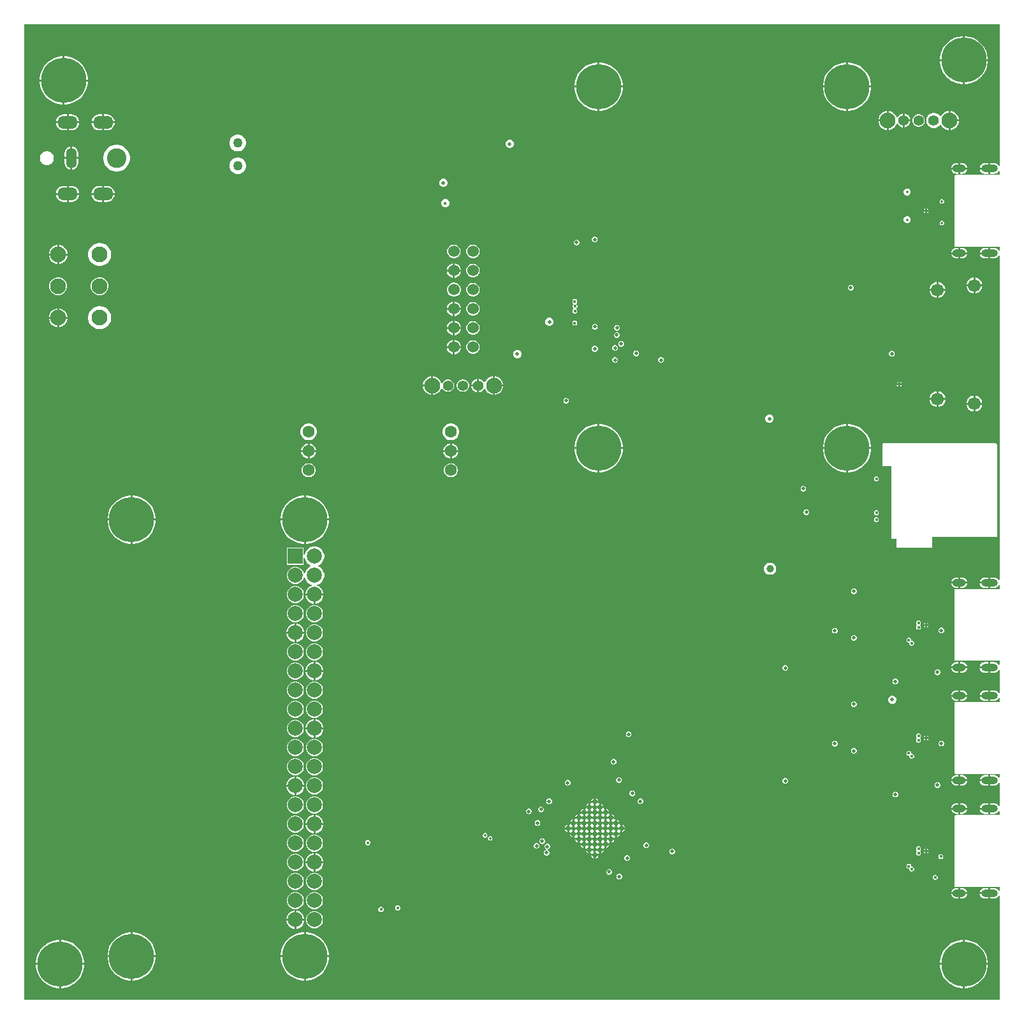
<source format=gbr>
%TF.GenerationSoftware,Altium Limited,Altium Designer,22.4.2 (48)*%
G04 Layer_Physical_Order=7*
G04 Layer_Color=10027212*
%FSLAX26Y26*%
%MOIN*%
%TF.SameCoordinates,1C2CB1AA-ACBE-45DF-AC24-D873E68AE3FE*%
%TF.FilePolarity,Positive*%
%TF.FileFunction,Copper,L7,Inr,Signal*%
%TF.Part,Single*%
G01*
G75*
%TA.AperFunction,ComponentPad*%
%ADD68O,0.086614X0.039370*%
%ADD69O,0.070866X0.039370*%
%ADD70C,0.082677*%
%ADD71R,0.078740X0.078740*%
%ADD72C,0.078740*%
%ADD73O,0.106299X0.066929*%
%ADD74O,0.055118X0.106299*%
%ADD75C,0.102362*%
%ADD76C,0.055118*%
%ADD77C,0.062992*%
%ADD78C,0.236220*%
%ADD79C,0.066929*%
%ADD80C,0.060000*%
%TA.AperFunction,ViaPad*%
%ADD81C,0.027559*%
%ADD82C,0.019685*%
%ADD83C,0.013780*%
%ADD84C,0.015748*%
%ADD85C,0.017716*%
%ADD86C,0.039370*%
%ADD87C,0.050000*%
G36*
X6092167Y5354016D02*
X6087167Y5353021D01*
X6087065Y5353268D01*
X6082648Y5359025D01*
X6076891Y5363443D01*
X6070186Y5366220D01*
X6062992Y5367167D01*
X6044370D01*
Y5339370D01*
Y5311573D01*
X6062992D01*
X6070186Y5312520D01*
X6076891Y5315297D01*
X6082648Y5319715D01*
X6087065Y5325472D01*
X6087167Y5325718D01*
X6092167Y5324724D01*
Y5305327D01*
X5862205D01*
X5861226Y5304921D01*
X5857283D01*
Y5300979D01*
X5856878Y5300000D01*
Y4936221D01*
X5857283Y4935242D01*
Y4931299D01*
X5861226D01*
X5862205Y4930894D01*
X6092167D01*
Y4911496D01*
X6087167Y4910502D01*
X6087065Y4910749D01*
X6082648Y4916506D01*
X6076891Y4920923D01*
X6070186Y4923700D01*
X6062992Y4924647D01*
X6044370D01*
Y4896850D01*
Y4869054D01*
X6062992D01*
X6070186Y4870001D01*
X6076891Y4872778D01*
X6082648Y4877195D01*
X6087065Y4882952D01*
X6087167Y4883199D01*
X6092167Y4882204D01*
Y3188662D01*
X6087167Y3187667D01*
X6087065Y3187914D01*
X6082648Y3193671D01*
X6076891Y3198088D01*
X6070186Y3200865D01*
X6062992Y3201812D01*
X6044370D01*
Y3174016D01*
Y3146219D01*
X6062992D01*
X6070186Y3147166D01*
X6076891Y3149943D01*
X6082648Y3154360D01*
X6087065Y3160117D01*
X6087167Y3160364D01*
X6092167Y3159370D01*
Y3139972D01*
X5862205D01*
X5861226Y3139567D01*
X5857283D01*
Y3135624D01*
X5856878Y3134646D01*
Y2770866D01*
X5857283Y2769887D01*
Y2765945D01*
X5861226D01*
X5862205Y2765539D01*
X6092167D01*
Y2746142D01*
X6087167Y2745148D01*
X6087065Y2745394D01*
X6082648Y2751151D01*
X6076891Y2755569D01*
X6070186Y2758346D01*
X6062992Y2759293D01*
X6044370D01*
Y2731496D01*
Y2703699D01*
X6062992D01*
X6070186Y2704646D01*
X6076891Y2707423D01*
X6082648Y2711841D01*
X6087065Y2717598D01*
X6087167Y2717845D01*
X6092167Y2716850D01*
Y2598110D01*
X6087167Y2597116D01*
X6087065Y2597363D01*
X6082648Y2603120D01*
X6076891Y2607537D01*
X6070186Y2610314D01*
X6062992Y2611261D01*
X6044370D01*
Y2583465D01*
Y2555668D01*
X6062992D01*
X6070186Y2556615D01*
X6076891Y2559392D01*
X6082648Y2563809D01*
X6087065Y2569566D01*
X6087167Y2569813D01*
X6092167Y2568818D01*
Y2549421D01*
X5862205D01*
X5861226Y2549016D01*
X5857283D01*
Y2545073D01*
X5856878Y2544094D01*
Y2180315D01*
X5857283Y2179336D01*
Y2175394D01*
X5861226D01*
X5862205Y2174988D01*
X6092167D01*
Y2155591D01*
X6087167Y2154596D01*
X6087065Y2154843D01*
X6082648Y2160600D01*
X6076891Y2165018D01*
X6070186Y2167794D01*
X6062992Y2168742D01*
X6044370D01*
Y2140945D01*
Y2113148D01*
X6062992D01*
X6070186Y2114095D01*
X6076891Y2116872D01*
X6082648Y2121290D01*
X6087065Y2127046D01*
X6087167Y2127293D01*
X6092167Y2126299D01*
Y2007559D01*
X6087167Y2006565D01*
X6087065Y2006812D01*
X6082648Y2012569D01*
X6076891Y2016986D01*
X6070186Y2019763D01*
X6062992Y2020710D01*
X6044370D01*
Y1992913D01*
Y1965117D01*
X6062992D01*
X6070186Y1966064D01*
X6076891Y1968841D01*
X6082648Y1973258D01*
X6087065Y1979015D01*
X6087167Y1979262D01*
X6092167Y1978267D01*
Y1958870D01*
X5862205D01*
X5861226Y1958465D01*
X5857283D01*
Y1954522D01*
X5856878Y1953543D01*
Y1589764D01*
X5857283Y1588785D01*
Y1584842D01*
X5861226D01*
X5862205Y1584437D01*
X6092167D01*
Y1565040D01*
X6087167Y1564045D01*
X6087065Y1564292D01*
X6082648Y1570049D01*
X6076891Y1574466D01*
X6070186Y1577243D01*
X6062992Y1578190D01*
X6044370D01*
Y1550394D01*
Y1522597D01*
X6062992D01*
X6070186Y1523544D01*
X6076891Y1526321D01*
X6082648Y1530738D01*
X6087065Y1536495D01*
X6087167Y1536742D01*
X6092167Y1535748D01*
Y994447D01*
X994447D01*
Y6092167D01*
X6092167D01*
Y5354016D01*
D02*
G37*
%LPC*%
G36*
X5915427Y6031496D02*
X5910512D01*
Y5910512D01*
X6031496D01*
Y5915427D01*
X6028394Y5935013D01*
X6022266Y5953873D01*
X6013263Y5971542D01*
X6001607Y5987585D01*
X5987585Y6001607D01*
X5971542Y6013263D01*
X5953873Y6022266D01*
X5935013Y6028394D01*
X5915427Y6031496D01*
D02*
G37*
G36*
X5900512D02*
X5895597D01*
X5876010Y6028394D01*
X5857151Y6022266D01*
X5839482Y6013263D01*
X5823439Y6001607D01*
X5809416Y5987585D01*
X5797760Y5971542D01*
X5788758Y5953873D01*
X5782630Y5935013D01*
X5779528Y5915427D01*
Y5910512D01*
X5900512D01*
Y6031496D01*
D02*
G37*
G36*
X1209915Y5925984D02*
X1205000D01*
Y5805000D01*
X1325984D01*
Y5809915D01*
X1322882Y5829501D01*
X1316754Y5848361D01*
X1307751Y5866030D01*
X1296095Y5882073D01*
X1282073Y5896095D01*
X1266030Y5907751D01*
X1248361Y5916754D01*
X1229501Y5922882D01*
X1209915Y5925984D01*
D02*
G37*
G36*
X1195000D02*
X1190085D01*
X1170499Y5922882D01*
X1151639Y5916754D01*
X1133970Y5907751D01*
X1117927Y5896095D01*
X1103905Y5882073D01*
X1092249Y5866030D01*
X1083246Y5848361D01*
X1077118Y5829501D01*
X1074016Y5809915D01*
Y5805000D01*
X1195000D01*
Y5925984D01*
D02*
G37*
G36*
X6031496Y5900512D02*
X5910512D01*
Y5779528D01*
X5915427D01*
X5935013Y5782630D01*
X5953873Y5788758D01*
X5971542Y5797760D01*
X5987585Y5809416D01*
X6001607Y5823439D01*
X6013263Y5839482D01*
X6022266Y5857151D01*
X6028394Y5876010D01*
X6031496Y5895597D01*
Y5900512D01*
D02*
G37*
G36*
X5900512D02*
X5779528D01*
Y5895597D01*
X5782630Y5876010D01*
X5788758Y5857151D01*
X5797760Y5839482D01*
X5809416Y5823439D01*
X5823439Y5809416D01*
X5839482Y5797760D01*
X5857151Y5788758D01*
X5876010Y5782630D01*
X5895597Y5779528D01*
X5900512D01*
Y5900512D01*
D02*
G37*
G36*
X5305191Y5893701D02*
X5300275D01*
Y5772716D01*
X5421260D01*
Y5777632D01*
X5418158Y5797218D01*
X5412030Y5816078D01*
X5403027Y5833747D01*
X5391371Y5849790D01*
X5377349Y5863812D01*
X5361306Y5875468D01*
X5343637Y5884471D01*
X5324777Y5890599D01*
X5305191Y5893701D01*
D02*
G37*
G36*
X5290275D02*
X5285360D01*
X5265774Y5890599D01*
X5246914Y5884471D01*
X5229245Y5875468D01*
X5213202Y5863812D01*
X5199180Y5849790D01*
X5187524Y5833747D01*
X5178521Y5816078D01*
X5172394Y5797218D01*
X5169291Y5777632D01*
Y5772716D01*
X5290275D01*
Y5893701D01*
D02*
G37*
G36*
X4005978D02*
X4001063D01*
Y5772716D01*
X4122047D01*
Y5777632D01*
X4118945Y5797218D01*
X4112817Y5816078D01*
X4103814Y5833747D01*
X4092158Y5849790D01*
X4078136Y5863812D01*
X4062093Y5875468D01*
X4044424Y5884471D01*
X4025564Y5890599D01*
X4005978Y5893701D01*
D02*
G37*
G36*
X3991063D02*
X3986148D01*
X3966562Y5890599D01*
X3947702Y5884471D01*
X3930033Y5875468D01*
X3913990Y5863812D01*
X3899968Y5849790D01*
X3888312Y5833747D01*
X3879309Y5816078D01*
X3873181Y5797218D01*
X3870079Y5777632D01*
Y5772716D01*
X3991063D01*
Y5893701D01*
D02*
G37*
G36*
X1325984Y5795000D02*
X1205000D01*
Y5674016D01*
X1209915D01*
X1229501Y5677118D01*
X1248361Y5683246D01*
X1266030Y5692249D01*
X1282073Y5703905D01*
X1296095Y5717927D01*
X1307751Y5733970D01*
X1316754Y5751639D01*
X1322882Y5770499D01*
X1325984Y5790085D01*
Y5795000D01*
D02*
G37*
G36*
X1195000D02*
X1074016D01*
Y5790085D01*
X1077118Y5770499D01*
X1083246Y5751639D01*
X1092249Y5733970D01*
X1103905Y5717927D01*
X1117927Y5703905D01*
X1133970Y5692249D01*
X1151639Y5683246D01*
X1170499Y5677118D01*
X1190085Y5674016D01*
X1195000D01*
Y5795000D01*
D02*
G37*
G36*
X5421260Y5762716D02*
X5300275D01*
Y5641732D01*
X5305191D01*
X5324777Y5644834D01*
X5343637Y5650962D01*
X5361306Y5659965D01*
X5377349Y5671621D01*
X5391371Y5685643D01*
X5403027Y5701686D01*
X5412030Y5719355D01*
X5418158Y5738215D01*
X5421260Y5757801D01*
Y5762716D01*
D02*
G37*
G36*
X5290275D02*
X5169291D01*
Y5757801D01*
X5172394Y5738215D01*
X5178521Y5719355D01*
X5187524Y5701686D01*
X5199180Y5685643D01*
X5213202Y5671621D01*
X5229245Y5659965D01*
X5246914Y5650962D01*
X5265774Y5644834D01*
X5285360Y5641732D01*
X5290275D01*
Y5762716D01*
D02*
G37*
G36*
X4122047Y5762716D02*
X4001063D01*
Y5641732D01*
X4005978D01*
X4025564Y5644834D01*
X4044424Y5650962D01*
X4062093Y5659965D01*
X4078136Y5671621D01*
X4092158Y5685643D01*
X4103814Y5701686D01*
X4112817Y5719355D01*
X4118945Y5738215D01*
X4122047Y5757801D01*
Y5762716D01*
D02*
G37*
G36*
X3991063D02*
X3870079D01*
Y5757801D01*
X3873181Y5738215D01*
X3879309Y5719355D01*
X3888312Y5701686D01*
X3899968Y5685643D01*
X3913990Y5671621D01*
X3930033Y5659965D01*
X3947702Y5650962D01*
X3966562Y5644834D01*
X3986148Y5641732D01*
X3991063D01*
Y5762716D01*
D02*
G37*
G36*
X5825709Y5639764D02*
X5824230D01*
X5811713Y5636410D01*
X5800491Y5629931D01*
X5791329Y5620769D01*
X5786574Y5612533D01*
X5780801D01*
X5779535Y5614725D01*
X5772205Y5622055D01*
X5763228Y5627238D01*
X5753215Y5629921D01*
X5742848D01*
X5732835Y5627238D01*
X5723858Y5622055D01*
X5716528Y5614725D01*
X5711345Y5605747D01*
X5708662Y5595734D01*
Y5585368D01*
X5711345Y5575355D01*
X5716528Y5566377D01*
X5723858Y5559047D01*
X5732835Y5553864D01*
X5742848Y5551181D01*
X5753215D01*
X5763228Y5553864D01*
X5772205Y5559047D01*
X5779535Y5566377D01*
X5780801Y5568569D01*
X5786574D01*
X5791329Y5560334D01*
X5800491Y5551171D01*
X5811713Y5544692D01*
X5824230Y5541339D01*
X5825709D01*
Y5590551D01*
Y5639764D01*
D02*
G37*
G36*
X5837188D02*
X5835709D01*
Y5595551D01*
X5879921D01*
Y5597030D01*
X5876568Y5609547D01*
X5870088Y5620769D01*
X5860926Y5629931D01*
X5849704Y5636410D01*
X5837188Y5639764D01*
D02*
G37*
G36*
X5595551Y5625894D02*
Y5595551D01*
X5625894D01*
X5623569Y5604228D01*
X5618904Y5612307D01*
X5612307Y5618905D01*
X5604228Y5623569D01*
X5595551Y5625894D01*
D02*
G37*
G36*
X5502874Y5639764D02*
X5501395D01*
X5488879Y5636410D01*
X5477657Y5629931D01*
X5468494Y5620769D01*
X5462015Y5609547D01*
X5458661Y5597030D01*
Y5595551D01*
X5502874D01*
Y5639764D01*
D02*
G37*
G36*
X1425197Y5622404D02*
X1410512D01*
Y5585709D01*
X1466234D01*
X1465471Y5591500D01*
X1461306Y5601556D01*
X1454680Y5610192D01*
X1446044Y5616818D01*
X1435988Y5620983D01*
X1425197Y5622404D01*
D02*
G37*
G36*
X1400512D02*
X1385827D01*
X1375035Y5620983D01*
X1364979Y5616818D01*
X1356344Y5610192D01*
X1349718Y5601556D01*
X1345552Y5591500D01*
X1344790Y5585709D01*
X1400512D01*
Y5622404D01*
D02*
G37*
G36*
X1240158D02*
X1225472D01*
Y5585709D01*
X1281195D01*
X1280432Y5591500D01*
X1276267Y5601556D01*
X1269640Y5610192D01*
X1261005Y5616818D01*
X1250949Y5620983D01*
X1240158Y5622404D01*
D02*
G37*
G36*
X1215472D02*
X1200787D01*
X1189996Y5620983D01*
X1179940Y5616818D01*
X1171304Y5610192D01*
X1164678Y5601556D01*
X1160513Y5591500D01*
X1159750Y5585709D01*
X1215472D01*
Y5622404D01*
D02*
G37*
G36*
X5673567Y5623032D02*
X5665015D01*
X5656754Y5620818D01*
X5649348Y5616542D01*
X5643301Y5610495D01*
X5639025Y5603088D01*
X5636811Y5594827D01*
Y5586275D01*
X5639025Y5578014D01*
X5643301Y5570608D01*
X5649348Y5564560D01*
X5656754Y5560284D01*
X5665015Y5558071D01*
X5673567D01*
X5681828Y5560284D01*
X5689235Y5564560D01*
X5695282Y5570608D01*
X5699558Y5578014D01*
X5701772Y5586275D01*
Y5594827D01*
X5699558Y5603088D01*
X5695282Y5610495D01*
X5689235Y5616542D01*
X5681828Y5620818D01*
X5673567Y5623032D01*
D02*
G37*
G36*
X5625894Y5585551D02*
X5595551D01*
Y5555208D01*
X5604228Y5557533D01*
X5612307Y5562198D01*
X5618904Y5568795D01*
X5623569Y5576875D01*
X5625894Y5585551D01*
D02*
G37*
G36*
X5514353Y5639764D02*
X5512874D01*
Y5590551D01*
Y5541339D01*
X5514353D01*
X5526869Y5544692D01*
X5538091Y5551171D01*
X5547254Y5560334D01*
X5553733Y5571556D01*
X5554081Y5572854D01*
X5559446Y5573560D01*
X5562198Y5568795D01*
X5568795Y5562198D01*
X5576874Y5557533D01*
X5585551Y5555208D01*
Y5590551D01*
Y5625894D01*
X5576874Y5623569D01*
X5568795Y5618905D01*
X5562198Y5612307D01*
X5559446Y5607542D01*
X5554081Y5608249D01*
X5553733Y5609547D01*
X5547254Y5620769D01*
X5538091Y5629931D01*
X5526869Y5636410D01*
X5514353Y5639764D01*
D02*
G37*
G36*
X5879921Y5585551D02*
X5835709D01*
Y5541339D01*
X5837188D01*
X5849704Y5544692D01*
X5860926Y5551171D01*
X5870088Y5560334D01*
X5876568Y5571556D01*
X5879921Y5584072D01*
Y5585551D01*
D02*
G37*
G36*
X5502874D02*
X5458661D01*
Y5584072D01*
X5462015Y5571556D01*
X5468494Y5560334D01*
X5477657Y5551171D01*
X5488879Y5544692D01*
X5501395Y5541339D01*
X5502874D01*
Y5585551D01*
D02*
G37*
G36*
X1466234Y5575709D02*
X1410512D01*
Y5539014D01*
X1425197D01*
X1435988Y5540434D01*
X1446044Y5544600D01*
X1454680Y5551226D01*
X1461306Y5559861D01*
X1465471Y5569917D01*
X1466234Y5575709D01*
D02*
G37*
G36*
X1400512D02*
X1344790D01*
X1345552Y5569917D01*
X1349718Y5559861D01*
X1356344Y5551226D01*
X1364979Y5544600D01*
X1375035Y5540434D01*
X1385827Y5539014D01*
X1400512D01*
Y5575709D01*
D02*
G37*
G36*
X1281195Y5575709D02*
X1225472D01*
Y5539014D01*
X1240158D01*
X1250949Y5540434D01*
X1261005Y5544600D01*
X1269640Y5551226D01*
X1276267Y5559861D01*
X1280432Y5569917D01*
X1281195Y5575709D01*
D02*
G37*
G36*
X1215472D02*
X1159750D01*
X1160513Y5569917D01*
X1164678Y5559861D01*
X1171304Y5551226D01*
X1179940Y5544600D01*
X1189996Y5540434D01*
X1200787Y5539014D01*
X1215472D01*
Y5575709D01*
D02*
G37*
G36*
X3535803Y5490157D02*
X3527189D01*
X3519230Y5486861D01*
X3513139Y5480770D01*
X3509843Y5472811D01*
Y5464197D01*
X3513139Y5456238D01*
X3519230Y5450147D01*
X3527189Y5446850D01*
X3535803D01*
X3543762Y5450147D01*
X3549853Y5456238D01*
X3553150Y5464197D01*
Y5472811D01*
X3549853Y5480770D01*
X3543762Y5486861D01*
X3535803Y5490157D01*
D02*
G37*
G36*
X2115990Y5516142D02*
X2104483D01*
X2093368Y5513164D01*
X2083403Y5507410D01*
X2075267Y5499274D01*
X2069514Y5489309D01*
X2066535Y5478194D01*
Y5466688D01*
X2069514Y5455573D01*
X2075267Y5445608D01*
X2083403Y5437472D01*
X2093368Y5431718D01*
X2104483Y5428740D01*
X2115990D01*
X2127104Y5431718D01*
X2137069Y5437472D01*
X2145206Y5445608D01*
X2150959Y5455573D01*
X2153937Y5466688D01*
Y5478194D01*
X2150959Y5489309D01*
X2145206Y5499274D01*
X2137069Y5507410D01*
X2127104Y5513164D01*
X2115990Y5516142D01*
D02*
G37*
G36*
X1245158Y5454372D02*
Y5398701D01*
X1275896D01*
Y5419291D01*
X1274678Y5428541D01*
X1271108Y5437161D01*
X1265429Y5444562D01*
X1258027Y5450242D01*
X1249407Y5453812D01*
X1245158Y5454372D01*
D02*
G37*
G36*
X1235158D02*
X1230908Y5453812D01*
X1222288Y5450242D01*
X1214886Y5444562D01*
X1209207Y5437161D01*
X1205637Y5428541D01*
X1204419Y5419291D01*
Y5398701D01*
X1235158D01*
Y5454372D01*
D02*
G37*
G36*
X1116999Y5430118D02*
X1107410D01*
X1098148Y5427636D01*
X1089844Y5422842D01*
X1083064Y5416061D01*
X1078269Y5407757D01*
X1075787Y5398495D01*
Y5388906D01*
X1078269Y5379644D01*
X1083064Y5371340D01*
X1089844Y5364560D01*
X1098148Y5359765D01*
X1107410Y5357283D01*
X1116999D01*
X1126261Y5359765D01*
X1134565Y5364560D01*
X1141346Y5371340D01*
X1146140Y5379644D01*
X1148622Y5388906D01*
Y5398495D01*
X1146140Y5407757D01*
X1141346Y5416061D01*
X1134565Y5422842D01*
X1126261Y5427636D01*
X1116999Y5430118D01*
D02*
G37*
G36*
X6034370Y5367167D02*
X6015748D01*
X6008554Y5366220D01*
X6001850Y5363443D01*
X5996093Y5359025D01*
X5991675Y5353268D01*
X5988898Y5346564D01*
X5988609Y5344370D01*
X6034370D01*
Y5367167D01*
D02*
G37*
G36*
X5897638D02*
X5886890D01*
Y5344370D01*
X5924776D01*
X5924487Y5346564D01*
X5921711Y5353268D01*
X5917293Y5359025D01*
X5911536Y5363443D01*
X5904832Y5366220D01*
X5897638Y5367167D01*
D02*
G37*
G36*
X5876890D02*
X5866142D01*
X5858948Y5366220D01*
X5852243Y5363443D01*
X5846486Y5359025D01*
X5842069Y5353268D01*
X5839292Y5346564D01*
X5839003Y5344370D01*
X5876890D01*
Y5367167D01*
D02*
G37*
G36*
X1275896Y5388701D02*
X1245158D01*
Y5333030D01*
X1249407Y5333589D01*
X1258027Y5337160D01*
X1265429Y5342839D01*
X1271108Y5350241D01*
X1274678Y5358860D01*
X1275896Y5368110D01*
Y5388701D01*
D02*
G37*
G36*
X1235158D02*
X1204419D01*
Y5368110D01*
X1205637Y5358860D01*
X1209207Y5350241D01*
X1214886Y5342839D01*
X1222288Y5337160D01*
X1230908Y5333589D01*
X1235158Y5333030D01*
Y5388701D01*
D02*
G37*
G36*
X1483261Y5463583D02*
X1469495D01*
X1455994Y5460897D01*
X1443276Y5455629D01*
X1431831Y5447982D01*
X1422097Y5438248D01*
X1414449Y5426802D01*
X1409181Y5414085D01*
X1406496Y5400584D01*
Y5386818D01*
X1409181Y5373317D01*
X1414449Y5360599D01*
X1422097Y5349154D01*
X1431831Y5339420D01*
X1443276Y5331772D01*
X1455994Y5326504D01*
X1469495Y5323819D01*
X1483261D01*
X1496762Y5326504D01*
X1509479Y5331772D01*
X1520925Y5339420D01*
X1530659Y5349154D01*
X1538306Y5360599D01*
X1543574Y5373317D01*
X1546260Y5386818D01*
Y5400584D01*
X1543574Y5414085D01*
X1538306Y5426802D01*
X1530659Y5438248D01*
X1520925Y5447982D01*
X1509479Y5455629D01*
X1496762Y5460897D01*
X1483261Y5463583D01*
D02*
G37*
G36*
X6034370Y5334370D02*
X5988609D01*
X5988898Y5332176D01*
X5991675Y5325472D01*
X5996093Y5319715D01*
X6001850Y5315297D01*
X6008554Y5312520D01*
X6015748Y5311573D01*
X6034370D01*
Y5334370D01*
D02*
G37*
G36*
X5924776Y5334370D02*
X5886890D01*
Y5311573D01*
X5897638D01*
X5904832Y5312520D01*
X5911536Y5315297D01*
X5917293Y5319715D01*
X5921711Y5325472D01*
X5924487Y5332176D01*
X5924776Y5334370D01*
D02*
G37*
G36*
X5876890D02*
X5839003D01*
X5839292Y5332176D01*
X5842069Y5325472D01*
X5846486Y5319715D01*
X5852243Y5315297D01*
X5858948Y5312520D01*
X5866142Y5311573D01*
X5876890D01*
Y5334370D01*
D02*
G37*
G36*
X2115990Y5398032D02*
X2104483D01*
X2093368Y5395053D01*
X2083403Y5389300D01*
X2075267Y5381164D01*
X2069514Y5371199D01*
X2066535Y5360084D01*
Y5348577D01*
X2069514Y5337463D01*
X2075267Y5327498D01*
X2083403Y5319361D01*
X2093368Y5313608D01*
X2104483Y5310630D01*
X2115990D01*
X2127104Y5313608D01*
X2137069Y5319361D01*
X2145206Y5327498D01*
X2150959Y5337463D01*
X2153937Y5348577D01*
Y5360084D01*
X2150959Y5371199D01*
X2145206Y5381164D01*
X2137069Y5389300D01*
X2127104Y5395053D01*
X2115990Y5398032D01*
D02*
G37*
G36*
X3189347Y5285433D02*
X3180732D01*
X3172774Y5282136D01*
X3166682Y5276045D01*
X3163386Y5268087D01*
Y5259472D01*
X3166682Y5251514D01*
X3172774Y5245423D01*
X3180732Y5242126D01*
X3189347D01*
X3197305Y5245423D01*
X3203396Y5251514D01*
X3206693Y5259472D01*
Y5268087D01*
X3203396Y5276045D01*
X3197305Y5282136D01*
X3189347Y5285433D01*
D02*
G37*
G36*
X1240158Y5248388D02*
X1225472D01*
Y5211693D01*
X1281195D01*
X1280432Y5217484D01*
X1276267Y5227541D01*
X1269640Y5236176D01*
X1261005Y5242802D01*
X1250949Y5246967D01*
X1240158Y5248388D01*
D02*
G37*
G36*
X1215472D02*
X1200787D01*
X1189996Y5246967D01*
X1179940Y5242802D01*
X1171304Y5236176D01*
X1164678Y5227541D01*
X1160513Y5217484D01*
X1159750Y5211693D01*
X1215472D01*
Y5248388D01*
D02*
G37*
G36*
X1425197D02*
X1410512D01*
Y5211693D01*
X1466234D01*
X1465471Y5217484D01*
X1461306Y5227541D01*
X1454680Y5236176D01*
X1446044Y5242802D01*
X1435988Y5246967D01*
X1425197Y5248388D01*
D02*
G37*
G36*
X1400512D02*
X1385827D01*
X1375035Y5246967D01*
X1364979Y5242802D01*
X1356344Y5236176D01*
X1349718Y5227541D01*
X1345552Y5217484D01*
X1344790Y5211693D01*
X1400512D01*
Y5248388D01*
D02*
G37*
G36*
X5612972Y5235236D02*
X5605532D01*
X5598659Y5232389D01*
X5593398Y5227128D01*
X5590551Y5220255D01*
Y5212816D01*
X5593398Y5205942D01*
X5598659Y5200682D01*
X5605532Y5197835D01*
X5612972D01*
X5619845Y5200682D01*
X5625106Y5205942D01*
X5627953Y5212816D01*
Y5220255D01*
X5625106Y5227128D01*
X5619845Y5232389D01*
X5612972Y5235236D01*
D02*
G37*
G36*
X1466234Y5201693D02*
X1410512D01*
Y5164998D01*
X1425197D01*
X1435988Y5166418D01*
X1446044Y5170584D01*
X1454680Y5177210D01*
X1461306Y5185845D01*
X1465471Y5195901D01*
X1466234Y5201693D01*
D02*
G37*
G36*
X1400512D02*
X1344790D01*
X1345552Y5195901D01*
X1349718Y5185845D01*
X1356344Y5177210D01*
X1364979Y5170584D01*
X1375035Y5166418D01*
X1385827Y5164998D01*
X1400512D01*
Y5201693D01*
D02*
G37*
G36*
X1281195Y5201693D02*
X1225472D01*
Y5164998D01*
X1240158D01*
X1250949Y5166418D01*
X1261005Y5170584D01*
X1269640Y5177210D01*
X1276267Y5185845D01*
X1280432Y5195901D01*
X1281195Y5201693D01*
D02*
G37*
G36*
X1215472D02*
X1159750D01*
X1160513Y5195901D01*
X1164678Y5185845D01*
X1171304Y5177210D01*
X1179940Y5170584D01*
X1189996Y5166418D01*
X1200787Y5164998D01*
X1215472D01*
Y5201693D01*
D02*
G37*
G36*
X5793649Y5179134D02*
X5788950D01*
X5784609Y5177336D01*
X5781286Y5174013D01*
X5779488Y5169672D01*
Y5164973D01*
X5781286Y5160632D01*
X5784609Y5157310D01*
X5788950Y5155512D01*
X5793649D01*
X5797990Y5157310D01*
X5801312Y5160632D01*
X5803110Y5164973D01*
Y5169672D01*
X5801312Y5174013D01*
X5797990Y5177336D01*
X5793649Y5179134D01*
D02*
G37*
G36*
X3199111Y5178669D02*
X3190889D01*
X3183292Y5175523D01*
X3177477Y5169708D01*
X3174331Y5162111D01*
Y5153889D01*
X3177477Y5146292D01*
X3183292Y5140477D01*
X3190889Y5137331D01*
X3199111D01*
X3206708Y5140477D01*
X3212523Y5146292D01*
X3215669Y5153889D01*
Y5162111D01*
X3212523Y5169708D01*
X3206708Y5175523D01*
X3199111Y5178669D01*
D02*
G37*
G36*
X5713661Y5129974D02*
Y5123110D01*
X5720525D01*
X5719575Y5125403D01*
X5715954Y5129024D01*
X5713661Y5129974D01*
D02*
G37*
G36*
X5703661D02*
X5701369Y5129024D01*
X5697747Y5125403D01*
X5696798Y5123110D01*
X5703661D01*
Y5129974D01*
D02*
G37*
G36*
X5720525Y5113110D02*
X5713661D01*
Y5106247D01*
X5715954Y5107196D01*
X5719575Y5110818D01*
X5720525Y5113110D01*
D02*
G37*
G36*
X5703661D02*
X5696798D01*
X5697747Y5110818D01*
X5701369Y5107196D01*
X5703661Y5106247D01*
Y5113110D01*
D02*
G37*
G36*
X5612972Y5090551D02*
X5605532D01*
X5598659Y5087704D01*
X5593398Y5082444D01*
X5590551Y5075570D01*
Y5068131D01*
X5593398Y5061257D01*
X5598659Y5055997D01*
X5605532Y5053150D01*
X5612972D01*
X5619845Y5055997D01*
X5625106Y5061257D01*
X5627953Y5068131D01*
Y5075570D01*
X5625106Y5082444D01*
X5619845Y5087704D01*
X5612972Y5090551D01*
D02*
G37*
G36*
X5794226Y5066391D02*
X5789527D01*
X5785186Y5064593D01*
X5781863Y5061271D01*
X5780065Y5056930D01*
Y5052231D01*
X5781863Y5047890D01*
X5785186Y5044568D01*
X5789527Y5042769D01*
X5794226D01*
X5798567Y5044568D01*
X5801889Y5047890D01*
X5803687Y5052231D01*
Y5056930D01*
X5801889Y5061271D01*
X5798567Y5064593D01*
X5794226Y5066391D01*
D02*
G37*
G36*
X3979441Y4983268D02*
X3973567D01*
X3968141Y4981020D01*
X3963988Y4976867D01*
X3961740Y4971441D01*
Y4965567D01*
X3963988Y4960141D01*
X3968141Y4955988D01*
X3973567Y4953740D01*
X3979441D01*
X3984867Y4955988D01*
X3989020Y4960141D01*
X3991268Y4965567D01*
Y4971441D01*
X3989020Y4976867D01*
X3984867Y4981020D01*
X3979441Y4983268D01*
D02*
G37*
G36*
X3884827Y4967520D02*
X3878953D01*
X3873527Y4965272D01*
X3869374Y4961119D01*
X3867126Y4955693D01*
Y4949819D01*
X3869374Y4944393D01*
X3873527Y4940240D01*
X3878953Y4937992D01*
X3884827D01*
X3890253Y4940240D01*
X3894406Y4944393D01*
X3896654Y4949819D01*
Y4955693D01*
X3894406Y4961119D01*
X3890253Y4965272D01*
X3884827Y4967520D01*
D02*
G37*
G36*
X5897638Y4924647D02*
X5886890D01*
Y4901851D01*
X5924776D01*
X5924487Y4904045D01*
X5921711Y4910749D01*
X5917293Y4916506D01*
X5911536Y4920923D01*
X5904832Y4923700D01*
X5897638Y4924647D01*
D02*
G37*
G36*
X5876890D02*
X5866142D01*
X5858948Y4923700D01*
X5852243Y4920923D01*
X5846486Y4916506D01*
X5842069Y4910749D01*
X5839292Y4904045D01*
X5839003Y4901851D01*
X5876890D01*
Y4924647D01*
D02*
G37*
G36*
X6034370D02*
X6015748D01*
X6008554Y4923700D01*
X6001850Y4920923D01*
X5996093Y4916506D01*
X5991675Y4910749D01*
X5988898Y4904045D01*
X5988609Y4901850D01*
X6034370D01*
Y4924647D01*
D02*
G37*
G36*
X1177739Y4938976D02*
X1176260D01*
Y4894764D01*
X1220473D01*
Y4896243D01*
X1217119Y4908759D01*
X1210640Y4919981D01*
X1201477Y4929144D01*
X1190255Y4935623D01*
X1177739Y4938976D01*
D02*
G37*
G36*
X1166260D02*
X1164781D01*
X1152264Y4935623D01*
X1141043Y4929144D01*
X1131880Y4919981D01*
X1125401Y4908759D01*
X1122047Y4896243D01*
Y4894764D01*
X1166260D01*
Y4938976D01*
D02*
G37*
G36*
X3344558Y4941221D02*
X3335363D01*
X3326481Y4938841D01*
X3318518Y4934243D01*
X3312017Y4927741D01*
X3307419Y4919778D01*
X3305039Y4910897D01*
Y4901702D01*
X3307419Y4892820D01*
X3312017Y4884857D01*
X3318518Y4878355D01*
X3326481Y4873758D01*
X3335363Y4871378D01*
X3344558D01*
X3353440Y4873758D01*
X3361403Y4878355D01*
X3367905Y4884857D01*
X3372502Y4892820D01*
X3374882Y4901702D01*
Y4910897D01*
X3372502Y4919778D01*
X3367905Y4927741D01*
X3361403Y4934243D01*
X3353440Y4938841D01*
X3344558Y4941221D01*
D02*
G37*
G36*
X3244558D02*
X3235363D01*
X3226481Y4938841D01*
X3218518Y4934243D01*
X3212017Y4927741D01*
X3207419Y4919778D01*
X3205039Y4910897D01*
Y4901702D01*
X3207419Y4892820D01*
X3212017Y4884857D01*
X3218518Y4878355D01*
X3226481Y4873758D01*
X3235363Y4871378D01*
X3244558D01*
X3253440Y4873758D01*
X3261403Y4878355D01*
X3267905Y4884857D01*
X3272502Y4892820D01*
X3274882Y4901702D01*
Y4910897D01*
X3272502Y4919778D01*
X3267905Y4927741D01*
X3261403Y4934243D01*
X3253440Y4938841D01*
X3244558Y4941221D01*
D02*
G37*
G36*
X6034370Y4891850D02*
X5988609D01*
X5988898Y4889656D01*
X5991675Y4882952D01*
X5996093Y4877195D01*
X6001850Y4872778D01*
X6008554Y4870001D01*
X6015748Y4869054D01*
X6034370D01*
Y4891850D01*
D02*
G37*
G36*
X5924776Y4891851D02*
X5886890D01*
Y4869054D01*
X5897638D01*
X5904832Y4870001D01*
X5911536Y4872778D01*
X5917293Y4877195D01*
X5921711Y4882952D01*
X5924487Y4889656D01*
X5924776Y4891851D01*
D02*
G37*
G36*
X5876890D02*
X5839003D01*
X5839292Y4889656D01*
X5842069Y4882952D01*
X5846486Y4877195D01*
X5852243Y4872778D01*
X5858948Y4870001D01*
X5866142Y4869054D01*
X5876890D01*
Y4891851D01*
D02*
G37*
G36*
X1220473Y4884764D02*
X1176260D01*
Y4840551D01*
X1177739D01*
X1190255Y4843905D01*
X1201477Y4850384D01*
X1210640Y4859546D01*
X1217119Y4870768D01*
X1220473Y4883285D01*
Y4884764D01*
D02*
G37*
G36*
X1166260D02*
X1122047D01*
Y4883285D01*
X1125401Y4870768D01*
X1131880Y4859546D01*
X1141043Y4850384D01*
X1152264Y4843905D01*
X1164781Y4840551D01*
X1166260D01*
Y4884764D01*
D02*
G37*
G36*
X1393709Y4949803D02*
X1381882D01*
X1370283Y4947496D01*
X1359356Y4942970D01*
X1349522Y4936399D01*
X1341160Y4928037D01*
X1334589Y4918203D01*
X1330063Y4907276D01*
X1327756Y4895677D01*
Y4883850D01*
X1330063Y4872251D01*
X1334589Y4861324D01*
X1341160Y4851491D01*
X1349522Y4843128D01*
X1359356Y4836557D01*
X1370283Y4832032D01*
X1381882Y4829724D01*
X1393709D01*
X1405308Y4832032D01*
X1416235Y4836557D01*
X1426068Y4843128D01*
X1434431Y4851491D01*
X1441002Y4861324D01*
X1445527Y4872251D01*
X1447835Y4883850D01*
Y4895677D01*
X1445527Y4907276D01*
X1441002Y4918203D01*
X1434431Y4928037D01*
X1426068Y4936399D01*
X1416235Y4942970D01*
X1405308Y4947496D01*
X1393709Y4949803D01*
D02*
G37*
G36*
X3244961Y4844169D02*
Y4811299D01*
X3277831D01*
X3275253Y4820918D01*
X3270267Y4829554D01*
X3263216Y4836606D01*
X3254579Y4841592D01*
X3244961Y4844169D01*
D02*
G37*
G36*
X3234961D02*
X3225342Y4841592D01*
X3216705Y4836606D01*
X3209654Y4829554D01*
X3204668Y4820918D01*
X3202090Y4811299D01*
X3234961D01*
Y4844169D01*
D02*
G37*
G36*
X3344558Y4841221D02*
X3335363D01*
X3326481Y4838841D01*
X3318518Y4834243D01*
X3312017Y4827741D01*
X3307419Y4819778D01*
X3305039Y4810897D01*
Y4801702D01*
X3307419Y4792820D01*
X3312017Y4784857D01*
X3318518Y4778355D01*
X3326481Y4773758D01*
X3335363Y4771378D01*
X3344558D01*
X3353440Y4773758D01*
X3361403Y4778355D01*
X3367905Y4784857D01*
X3372502Y4792820D01*
X3374882Y4801702D01*
Y4810897D01*
X3372502Y4819778D01*
X3367905Y4827741D01*
X3361403Y4834243D01*
X3353440Y4838841D01*
X3344558Y4841221D01*
D02*
G37*
G36*
X3277831Y4801299D02*
X3244961D01*
Y4768429D01*
X3254579Y4771006D01*
X3263216Y4775993D01*
X3270267Y4783044D01*
X3275253Y4791680D01*
X3277831Y4801299D01*
D02*
G37*
G36*
X3234961D02*
X3202090D01*
X3204668Y4791680D01*
X3209654Y4783044D01*
X3216705Y4775993D01*
X3225342Y4771006D01*
X3234961Y4768429D01*
Y4801299D01*
D02*
G37*
G36*
X5966072Y4769685D02*
X5965630D01*
Y4733346D01*
X6001968D01*
Y4733789D01*
X5999151Y4744302D01*
X5993709Y4753729D01*
X5986012Y4761425D01*
X5976586Y4766868D01*
X5966072Y4769685D01*
D02*
G37*
G36*
X5955630D02*
X5955188D01*
X5944674Y4766868D01*
X5935248Y4761425D01*
X5927551Y4753729D01*
X5922109Y4744302D01*
X5919292Y4733789D01*
Y4733346D01*
X5955630D01*
Y4769685D01*
D02*
G37*
G36*
X5773159Y4746063D02*
X5772717D01*
Y4709724D01*
X5809055D01*
Y4710167D01*
X5806238Y4720681D01*
X5800796Y4730107D01*
X5793099Y4737803D01*
X5783673Y4743246D01*
X5773159Y4746063D01*
D02*
G37*
G36*
X5762717D02*
X5762274D01*
X5751761Y4743246D01*
X5742334Y4737803D01*
X5734638Y4730107D01*
X5729195Y4720681D01*
X5726378Y4710167D01*
Y4709724D01*
X5762717D01*
Y4746063D01*
D02*
G37*
G36*
X5317897Y4731299D02*
X5312024D01*
X5306598Y4729051D01*
X5302444Y4724898D01*
X5300197Y4719472D01*
Y4713599D01*
X5302444Y4708172D01*
X5306598Y4704019D01*
X5312024Y4701772D01*
X5317897D01*
X5323324Y4704019D01*
X5327477Y4708172D01*
X5329724Y4713599D01*
Y4719472D01*
X5327477Y4724898D01*
X5323324Y4729051D01*
X5317897Y4731299D01*
D02*
G37*
G36*
X6001968Y4723346D02*
X5965630D01*
Y4687008D01*
X5966072D01*
X5976586Y4689825D01*
X5986012Y4695267D01*
X5993709Y4702964D01*
X5999151Y4712390D01*
X6001968Y4722904D01*
Y4723346D01*
D02*
G37*
G36*
X5955630D02*
X5919292D01*
Y4722904D01*
X5922109Y4712390D01*
X5927551Y4702964D01*
X5935248Y4695267D01*
X5944674Y4689825D01*
X5955188Y4687008D01*
X5955630D01*
Y4723346D01*
D02*
G37*
G36*
X1393886Y4770669D02*
X1381705D01*
X1369940Y4767517D01*
X1359391Y4761427D01*
X1350778Y4752814D01*
X1344688Y4742265D01*
X1341535Y4730500D01*
Y4718319D01*
X1344688Y4706554D01*
X1350778Y4696005D01*
X1359391Y4687392D01*
X1369940Y4681302D01*
X1381705Y4678150D01*
X1393886D01*
X1405651Y4681302D01*
X1416200Y4687392D01*
X1424812Y4696005D01*
X1430903Y4706554D01*
X1434055Y4718319D01*
Y4730500D01*
X1430903Y4742265D01*
X1424812Y4752814D01*
X1416200Y4761427D01*
X1405651Y4767517D01*
X1393886Y4770669D01*
D02*
G37*
G36*
X1177350D02*
X1165170D01*
X1153404Y4767517D01*
X1142856Y4761427D01*
X1134243Y4752814D01*
X1128152Y4742265D01*
X1125000Y4730500D01*
Y4718319D01*
X1128152Y4706554D01*
X1134243Y4696005D01*
X1142856Y4687392D01*
X1153404Y4681302D01*
X1165170Y4678150D01*
X1177350D01*
X1189116Y4681302D01*
X1199664Y4687392D01*
X1208277Y4696005D01*
X1214367Y4706554D01*
X1217520Y4718319D01*
Y4730500D01*
X1214367Y4742265D01*
X1208277Y4752814D01*
X1199664Y4761427D01*
X1189116Y4767517D01*
X1177350Y4770669D01*
D02*
G37*
G36*
X3344558Y4741221D02*
X3335363D01*
X3326481Y4738841D01*
X3318518Y4734243D01*
X3312017Y4727741D01*
X3307419Y4719778D01*
X3305039Y4710897D01*
Y4701702D01*
X3307419Y4692820D01*
X3312017Y4684857D01*
X3318518Y4678355D01*
X3326481Y4673758D01*
X3335363Y4671378D01*
X3344558D01*
X3353440Y4673758D01*
X3361403Y4678355D01*
X3367905Y4684857D01*
X3372502Y4692820D01*
X3374882Y4701702D01*
Y4710897D01*
X3372502Y4719778D01*
X3367905Y4727741D01*
X3361403Y4734243D01*
X3353440Y4738841D01*
X3344558Y4741221D01*
D02*
G37*
G36*
X3244688Y4742205D02*
X3235234D01*
X3226102Y4739758D01*
X3217914Y4735031D01*
X3211229Y4728346D01*
X3206502Y4720158D01*
X3204055Y4711026D01*
Y4701572D01*
X3206502Y4692440D01*
X3211229Y4684253D01*
X3217914Y4677568D01*
X3226102Y4672841D01*
X3235234Y4670394D01*
X3244688D01*
X3253820Y4672841D01*
X3262007Y4677568D01*
X3268692Y4684253D01*
X3273419Y4692440D01*
X3275866Y4701572D01*
Y4711026D01*
X3273419Y4720158D01*
X3268692Y4728346D01*
X3262007Y4735031D01*
X3253820Y4739758D01*
X3244688Y4742205D01*
D02*
G37*
G36*
X5809055Y4699724D02*
X5772717D01*
Y4663386D01*
X5773159D01*
X5783673Y4666203D01*
X5793099Y4671645D01*
X5800796Y4679342D01*
X5806238Y4688768D01*
X5809055Y4699282D01*
Y4699724D01*
D02*
G37*
G36*
X5762717D02*
X5726378D01*
Y4699282D01*
X5729195Y4688768D01*
X5734638Y4679342D01*
X5742334Y4671645D01*
X5751761Y4666203D01*
X5762274Y4663386D01*
X5762717D01*
Y4699724D01*
D02*
G37*
G36*
X3244961Y4644169D02*
Y4611299D01*
X3277831D01*
X3275253Y4620918D01*
X3270267Y4629554D01*
X3263216Y4636606D01*
X3254579Y4641592D01*
X3244961Y4644169D01*
D02*
G37*
G36*
X3234961D02*
X3225342Y4641592D01*
X3216705Y4636606D01*
X3209654Y4629554D01*
X3204668Y4620918D01*
X3202090Y4611299D01*
X3234961D01*
Y4644169D01*
D02*
G37*
G36*
X3874422Y4657281D02*
X3869332D01*
X3864629Y4655333D01*
X3861030Y4651734D01*
X3859082Y4647031D01*
Y4641941D01*
X3861030Y4637238D01*
X3863820Y4634448D01*
X3864564Y4632674D01*
X3864277Y4628372D01*
X3862153Y4626248D01*
X3860205Y4621545D01*
Y4616455D01*
X3862153Y4611752D01*
X3863638Y4610267D01*
X3864617Y4606111D01*
X3863418Y4603954D01*
X3861200Y4601736D01*
X3859252Y4597033D01*
Y4591943D01*
X3861200Y4587240D01*
X3864799Y4583641D01*
X3869502Y4581693D01*
X3874592D01*
X3879295Y4583641D01*
X3882895Y4587240D01*
X3884843Y4591943D01*
Y4597033D01*
X3882895Y4601736D01*
X3881409Y4603222D01*
X3880431Y4607378D01*
X3881630Y4609534D01*
X3883847Y4611752D01*
X3885795Y4616455D01*
Y4621545D01*
X3883847Y4626248D01*
X3881057Y4629038D01*
X3880312Y4630811D01*
X3880600Y4635114D01*
X3882724Y4637238D01*
X3884672Y4641941D01*
Y4647031D01*
X3882724Y4651734D01*
X3879125Y4655333D01*
X3874422Y4657281D01*
D02*
G37*
G36*
X3344558Y4641221D02*
X3335363D01*
X3326481Y4638841D01*
X3318518Y4634243D01*
X3312017Y4627741D01*
X3307419Y4619778D01*
X3305039Y4610897D01*
Y4601702D01*
X3307419Y4592820D01*
X3312017Y4584857D01*
X3318518Y4578355D01*
X3326481Y4573758D01*
X3335363Y4571378D01*
X3344558D01*
X3353440Y4573758D01*
X3361403Y4578355D01*
X3367905Y4584857D01*
X3372502Y4592820D01*
X3374882Y4601702D01*
Y4610897D01*
X3372502Y4619778D01*
X3367905Y4627741D01*
X3361403Y4634243D01*
X3353440Y4638841D01*
X3344558Y4641221D01*
D02*
G37*
G36*
X3277831Y4601299D02*
X3244961D01*
Y4568429D01*
X3254579Y4571006D01*
X3263216Y4575993D01*
X3270267Y4583044D01*
X3275253Y4591680D01*
X3277831Y4601299D01*
D02*
G37*
G36*
X3234961D02*
X3202090D01*
X3204668Y4591680D01*
X3209654Y4583044D01*
X3216705Y4575993D01*
X3225342Y4571006D01*
X3234961Y4568429D01*
Y4601299D01*
D02*
G37*
G36*
X1177739Y4608268D02*
X1176260D01*
Y4564055D01*
X1220473D01*
Y4565534D01*
X1217119Y4578051D01*
X1210640Y4589272D01*
X1201477Y4598435D01*
X1190255Y4604914D01*
X1177739Y4608268D01*
D02*
G37*
G36*
X1166260D02*
X1164781D01*
X1152264Y4604914D01*
X1141043Y4598435D01*
X1131880Y4589272D01*
X1125401Y4578051D01*
X1122047Y4565534D01*
Y4564055D01*
X1166260D01*
Y4608268D01*
D02*
G37*
G36*
X3874003Y4544500D02*
X3868913D01*
X3864210Y4542552D01*
X3860611Y4538953D01*
X3858663Y4534250D01*
Y4529160D01*
X3860611Y4524457D01*
X3864210Y4520858D01*
X3868913Y4518910D01*
X3874003D01*
X3878706Y4520858D01*
X3882305Y4524457D01*
X3884253Y4529160D01*
Y4534250D01*
X3882305Y4538953D01*
X3878706Y4542552D01*
X3874003Y4544500D01*
D02*
G37*
G36*
X3743480Y4559055D02*
X3734866D01*
X3726907Y4555758D01*
X3720816Y4549667D01*
X3717520Y4541709D01*
Y4533095D01*
X3720816Y4525136D01*
X3726907Y4519045D01*
X3734866Y4515748D01*
X3743480D01*
X3751439Y4519045D01*
X3757530Y4525136D01*
X3760827Y4533095D01*
Y4541709D01*
X3757530Y4549667D01*
X3751439Y4555758D01*
X3743480Y4559055D01*
D02*
G37*
G36*
X3244961Y4544169D02*
Y4511299D01*
X3277831D01*
X3275253Y4520918D01*
X3270267Y4529554D01*
X3263216Y4536606D01*
X3254579Y4541592D01*
X3244961Y4544169D01*
D02*
G37*
G36*
X3234961D02*
X3225342Y4541592D01*
X3216705Y4536606D01*
X3209654Y4529554D01*
X3204668Y4520918D01*
X3202090Y4511299D01*
X3234961D01*
Y4544169D01*
D02*
G37*
G36*
X1220473Y4554055D02*
X1176260D01*
Y4509842D01*
X1177739D01*
X1190255Y4513196D01*
X1201477Y4519675D01*
X1210640Y4528838D01*
X1217119Y4540060D01*
X1220473Y4552576D01*
Y4554055D01*
D02*
G37*
G36*
X1166260D02*
X1122047D01*
Y4552576D01*
X1125401Y4540060D01*
X1131880Y4528838D01*
X1141043Y4519675D01*
X1152264Y4513196D01*
X1164781Y4509842D01*
X1166260D01*
Y4554055D01*
D02*
G37*
G36*
X1393709Y4619095D02*
X1381882D01*
X1370283Y4616787D01*
X1359356Y4612261D01*
X1349522Y4605691D01*
X1341160Y4597328D01*
X1334589Y4587494D01*
X1330063Y4576568D01*
X1327756Y4564968D01*
Y4553142D01*
X1330063Y4541542D01*
X1334589Y4530616D01*
X1341160Y4520782D01*
X1349522Y4512419D01*
X1359356Y4505849D01*
X1370283Y4501323D01*
X1381882Y4499016D01*
X1393709D01*
X1405308Y4501323D01*
X1416235Y4505849D01*
X1426068Y4512419D01*
X1434431Y4520782D01*
X1441002Y4530616D01*
X1445527Y4541542D01*
X1447835Y4553142D01*
Y4564968D01*
X1445527Y4576568D01*
X1441002Y4587494D01*
X1434431Y4597328D01*
X1426068Y4605691D01*
X1416235Y4612261D01*
X1405308Y4616787D01*
X1393709Y4619095D01*
D02*
G37*
G36*
X3979937Y4526764D02*
X3974063D01*
X3968637Y4524516D01*
X3964484Y4520363D01*
X3962236Y4514937D01*
Y4509063D01*
X3964484Y4503637D01*
X3968637Y4499484D01*
X3974063Y4497236D01*
X3979937D01*
X3985363Y4499484D01*
X3989516Y4503637D01*
X3991764Y4509063D01*
Y4514937D01*
X3989516Y4520363D01*
X3985363Y4524516D01*
X3979937Y4526764D01*
D02*
G37*
G36*
X4094993Y4520993D02*
X4089119D01*
X4083693Y4518745D01*
X4079540Y4514592D01*
X4077292Y4509166D01*
Y4503293D01*
X4079540Y4497866D01*
X4083693Y4493713D01*
X4089119Y4491466D01*
X4094993D01*
X4100419Y4493713D01*
X4104572Y4497866D01*
X4106820Y4503293D01*
Y4509166D01*
X4104572Y4514592D01*
X4100419Y4518745D01*
X4094993Y4520993D01*
D02*
G37*
G36*
X3344558Y4541221D02*
X3335363D01*
X3326481Y4538841D01*
X3318518Y4534243D01*
X3312017Y4527741D01*
X3307419Y4519778D01*
X3305039Y4510897D01*
Y4501702D01*
X3307419Y4492820D01*
X3312017Y4484857D01*
X3318518Y4478355D01*
X3326481Y4473758D01*
X3335363Y4471378D01*
X3344558D01*
X3353440Y4473758D01*
X3361403Y4478355D01*
X3367905Y4484857D01*
X3372502Y4492820D01*
X3374882Y4501702D01*
Y4510897D01*
X3372502Y4519778D01*
X3367905Y4527741D01*
X3361403Y4534243D01*
X3353440Y4538841D01*
X3344558Y4541221D01*
D02*
G37*
G36*
X3277831Y4501299D02*
X3244961D01*
Y4468429D01*
X3254579Y4471006D01*
X3263216Y4475993D01*
X3270267Y4483044D01*
X3275253Y4491680D01*
X3277831Y4501299D01*
D02*
G37*
G36*
X3234961D02*
X3202090D01*
X3204668Y4491680D01*
X3209654Y4483044D01*
X3216705Y4475993D01*
X3225342Y4471006D01*
X3234961Y4468429D01*
Y4501299D01*
D02*
G37*
G36*
X4094350Y4484177D02*
X4088477D01*
X4083050Y4481929D01*
X4078897Y4477776D01*
X4076650Y4472350D01*
Y4466477D01*
X4078897Y4461050D01*
X4083050Y4456897D01*
X4088477Y4454650D01*
X4094350D01*
X4099776Y4456897D01*
X4103930Y4461050D01*
X4106177Y4466477D01*
Y4472350D01*
X4103930Y4477776D01*
X4099776Y4481929D01*
X4094350Y4484177D01*
D02*
G37*
G36*
X3244961Y4444169D02*
Y4411299D01*
X3277831D01*
X3275253Y4420918D01*
X3270267Y4429554D01*
X3263216Y4436606D01*
X3254579Y4441592D01*
X3244961Y4444169D01*
D02*
G37*
G36*
X3234961D02*
X3225342Y4441592D01*
X3216705Y4436606D01*
X3209654Y4429554D01*
X3204668Y4420918D01*
X3202090Y4411299D01*
X3234961D01*
Y4444169D01*
D02*
G37*
G36*
X4117110Y4437764D02*
X4111236D01*
X4105810Y4435516D01*
X4101657Y4431363D01*
X4099409Y4425937D01*
Y4420063D01*
X4101657Y4414637D01*
X4105810Y4410484D01*
X4111236Y4408236D01*
X4117110D01*
X4122536Y4410484D01*
X4126689Y4414637D01*
X4128937Y4420063D01*
Y4425937D01*
X4126689Y4431363D01*
X4122536Y4435516D01*
X4117110Y4437764D01*
D02*
G37*
G36*
X4085614Y4416339D02*
X4079740D01*
X4074314Y4414091D01*
X4070161Y4409938D01*
X4067913Y4404511D01*
Y4398638D01*
X4070161Y4393212D01*
X4074314Y4389059D01*
X4079740Y4386811D01*
X4085614D01*
X4091040Y4389059D01*
X4095193Y4393212D01*
X4097441Y4398638D01*
Y4404511D01*
X4095193Y4409938D01*
X4091040Y4414091D01*
X4085614Y4416339D01*
D02*
G37*
G36*
X3979510Y4412401D02*
X3973245D01*
X3967457Y4410004D01*
X3963028Y4405574D01*
X3960630Y4399786D01*
Y4393521D01*
X3963028Y4387733D01*
X3967457Y4383303D01*
X3973245Y4380905D01*
X3979510D01*
X3985298Y4383303D01*
X3989729Y4387733D01*
X3992126Y4393521D01*
Y4399786D01*
X3989729Y4405574D01*
X3985298Y4410004D01*
X3979510Y4412401D01*
D02*
G37*
G36*
X3344558Y4441221D02*
X3335363D01*
X3326481Y4438841D01*
X3318518Y4434243D01*
X3312017Y4427741D01*
X3307419Y4419778D01*
X3305039Y4410897D01*
Y4401702D01*
X3307419Y4392820D01*
X3312017Y4384857D01*
X3318518Y4378355D01*
X3326481Y4373758D01*
X3335363Y4371378D01*
X3344558D01*
X3353440Y4373758D01*
X3361403Y4378355D01*
X3367905Y4384857D01*
X3372502Y4392820D01*
X3374882Y4401702D01*
Y4410897D01*
X3372502Y4419778D01*
X3367905Y4427741D01*
X3361403Y4434243D01*
X3353440Y4438841D01*
X3344558Y4441221D01*
D02*
G37*
G36*
X3277831Y4401299D02*
X3244961D01*
Y4368429D01*
X3254579Y4371006D01*
X3263216Y4375993D01*
X3270267Y4383044D01*
X3275253Y4391680D01*
X3277831Y4401299D01*
D02*
G37*
G36*
X3234961D02*
X3202090D01*
X3204668Y4391680D01*
X3209654Y4383044D01*
X3216705Y4375993D01*
X3225342Y4371006D01*
X3234961Y4368429D01*
Y4401299D01*
D02*
G37*
G36*
X4195850Y4387795D02*
X4189977D01*
X4184550Y4385548D01*
X4180397Y4381395D01*
X4178150Y4375968D01*
Y4370095D01*
X4180397Y4364668D01*
X4184550Y4360515D01*
X4189977Y4358268D01*
X4195850D01*
X4201276Y4360515D01*
X4205430Y4364668D01*
X4207677Y4370095D01*
Y4375968D01*
X4205430Y4381395D01*
X4201276Y4385548D01*
X4195850Y4387795D01*
D02*
G37*
G36*
X5532464Y4385827D02*
X5526591D01*
X5521165Y4383579D01*
X5517011Y4379426D01*
X5514764Y4374000D01*
Y4368126D01*
X5517011Y4362700D01*
X5521165Y4358547D01*
X5526591Y4356299D01*
X5532464D01*
X5537891Y4358547D01*
X5542044Y4362700D01*
X5544291Y4368126D01*
Y4374000D01*
X5542044Y4379426D01*
X5537891Y4383579D01*
X5532464Y4385827D01*
D02*
G37*
G36*
X3576157Y4391732D02*
X3567543D01*
X3559585Y4388436D01*
X3553494Y4382344D01*
X3550197Y4374386D01*
Y4365772D01*
X3553494Y4357813D01*
X3559585Y4351722D01*
X3567543Y4348425D01*
X3576157D01*
X3584116Y4351722D01*
X3590207Y4357813D01*
X3593504Y4365772D01*
Y4374386D01*
X3590207Y4382344D01*
X3584116Y4388436D01*
X3576157Y4391732D01*
D02*
G37*
G36*
X4325771Y4353346D02*
X4319898D01*
X4314472Y4351099D01*
X4310319Y4346946D01*
X4308071Y4341519D01*
Y4335646D01*
X4310319Y4330220D01*
X4314472Y4326067D01*
X4319898Y4323819D01*
X4325771D01*
X4331198Y4326067D01*
X4335351Y4330220D01*
X4337598Y4335646D01*
Y4341519D01*
X4335351Y4346946D01*
X4331198Y4351099D01*
X4325771Y4353346D01*
D02*
G37*
G36*
X4085614D02*
X4079740D01*
X4074314Y4351099D01*
X4070161Y4346946D01*
X4067913Y4341519D01*
Y4335646D01*
X4070161Y4330220D01*
X4074314Y4326067D01*
X4079740Y4323819D01*
X4085614D01*
X4091040Y4326067D01*
X4095193Y4330220D01*
X4097441Y4335646D01*
Y4341519D01*
X4095193Y4346946D01*
X4091040Y4351099D01*
X4085614Y4353346D01*
D02*
G37*
G36*
X3443819Y4253937D02*
X3442340D01*
X3429823Y4250583D01*
X3418602Y4244104D01*
X3409439Y4234942D01*
X3402960Y4223720D01*
X3402612Y4222422D01*
X3397247Y4221715D01*
X3394495Y4226481D01*
X3387898Y4233078D01*
X3379818Y4237743D01*
X3371142Y4240068D01*
Y4204724D01*
Y4169381D01*
X3379818Y4171706D01*
X3387898Y4176371D01*
X3394495Y4182968D01*
X3397247Y4187733D01*
X3402612Y4187027D01*
X3402960Y4185729D01*
X3409439Y4174507D01*
X3418602Y4165345D01*
X3429823Y4158865D01*
X3442340Y4155512D01*
X3443819D01*
Y4204724D01*
Y4253937D01*
D02*
G37*
G36*
X5573000Y4225929D02*
Y4218000D01*
X5580929D01*
X5579748Y4220850D01*
X5575850Y4224748D01*
X5573000Y4225929D01*
D02*
G37*
G36*
X5563000D02*
X5560150Y4224748D01*
X5556252Y4220850D01*
X5555071Y4218000D01*
X5563000D01*
Y4225929D01*
D02*
G37*
G36*
X3455298Y4253937D02*
X3453819D01*
Y4209724D01*
X3498032D01*
Y4211203D01*
X3494678Y4223720D01*
X3488199Y4234942D01*
X3479036Y4244104D01*
X3467814Y4250583D01*
X3455298Y4253937D01*
D02*
G37*
G36*
X3361142Y4240068D02*
X3352465Y4237743D01*
X3344385Y4233078D01*
X3337788Y4226481D01*
X3333124Y4218401D01*
X3330799Y4209724D01*
X3361142D01*
Y4240068D01*
D02*
G37*
G36*
X3120984Y4253937D02*
X3119505D01*
X3106989Y4250583D01*
X3095767Y4244104D01*
X3086604Y4234942D01*
X3080125Y4223720D01*
X3076772Y4211203D01*
Y4209724D01*
X3120984D01*
Y4253937D01*
D02*
G37*
G36*
X5580929Y4208000D02*
X5573000D01*
Y4200071D01*
X5575850Y4201252D01*
X5579748Y4205150D01*
X5580929Y4208000D01*
D02*
G37*
G36*
X5563000D02*
X5555071D01*
X5556252Y4205150D01*
X5560150Y4201252D01*
X5563000Y4200071D01*
Y4208000D01*
D02*
G37*
G36*
X3291678Y4237205D02*
X3283126D01*
X3274865Y4234991D01*
X3267458Y4230715D01*
X3261411Y4224668D01*
X3257135Y4217261D01*
X3254921Y4209001D01*
Y4200448D01*
X3257135Y4192188D01*
X3261411Y4184781D01*
X3267458Y4178734D01*
X3274865Y4174458D01*
X3283126Y4172244D01*
X3291678D01*
X3299939Y4174458D01*
X3307345Y4178734D01*
X3313392Y4184781D01*
X3317668Y4192188D01*
X3319882Y4200448D01*
Y4209001D01*
X3317668Y4217261D01*
X3313392Y4224668D01*
X3307345Y4230715D01*
X3299939Y4234991D01*
X3291678Y4237205D01*
D02*
G37*
G36*
X3132463Y4253937D02*
X3130984D01*
Y4204724D01*
Y4155512D01*
X3132463D01*
X3144980Y4158865D01*
X3156202Y4165345D01*
X3165364Y4174507D01*
X3171843Y4185729D01*
X3173396Y4191524D01*
X3177124Y4192019D01*
X3178637Y4191767D01*
X3182671Y4184781D01*
X3188718Y4178734D01*
X3196124Y4174458D01*
X3204385Y4172244D01*
X3212938D01*
X3221198Y4174458D01*
X3228605Y4178734D01*
X3234652Y4184781D01*
X3238928Y4192188D01*
X3241142Y4200448D01*
Y4209001D01*
X3238928Y4217261D01*
X3234652Y4224668D01*
X3228605Y4230715D01*
X3221198Y4234991D01*
X3212938Y4237205D01*
X3204385D01*
X3196124Y4234991D01*
X3188718Y4230715D01*
X3182671Y4224668D01*
X3178637Y4217682D01*
X3177124Y4217430D01*
X3173396Y4217925D01*
X3171843Y4223720D01*
X3165364Y4234942D01*
X3156202Y4244104D01*
X3144980Y4250583D01*
X3132463Y4253937D01*
D02*
G37*
G36*
X3361142Y4199724D02*
X3330799D01*
X3333124Y4191048D01*
X3337788Y4182968D01*
X3344385Y4176371D01*
X3352465Y4171706D01*
X3361142Y4169381D01*
Y4199724D01*
D02*
G37*
G36*
X3498032D02*
X3453819D01*
Y4155512D01*
X3455298D01*
X3467814Y4158865D01*
X3479036Y4165345D01*
X3488199Y4174507D01*
X3494678Y4185729D01*
X3498032Y4198245D01*
Y4199724D01*
D02*
G37*
G36*
X3120984D02*
X3076772D01*
Y4198245D01*
X3080125Y4185729D01*
X3086604Y4174507D01*
X3095767Y4165345D01*
X3106989Y4158865D01*
X3119505Y4155512D01*
X3120984D01*
Y4199724D01*
D02*
G37*
G36*
X5773159Y4175197D02*
X5772717D01*
Y4138858D01*
X5809055D01*
Y4139301D01*
X5806238Y4149814D01*
X5800796Y4159241D01*
X5793099Y4166937D01*
X5783673Y4172380D01*
X5773159Y4175197D01*
D02*
G37*
G36*
X5762717D02*
X5762274D01*
X5751761Y4172380D01*
X5742334Y4166937D01*
X5734638Y4159241D01*
X5729195Y4149814D01*
X5726378Y4139301D01*
Y4138858D01*
X5762717D01*
Y4175197D01*
D02*
G37*
G36*
X5966072Y4151575D02*
X5965630D01*
Y4115236D01*
X6001968D01*
Y4115678D01*
X5999151Y4126192D01*
X5993709Y4135619D01*
X5986012Y4143315D01*
X5976586Y4148757D01*
X5966072Y4151575D01*
D02*
G37*
G36*
X5955630D02*
X5955188D01*
X5944674Y4148757D01*
X5935248Y4143315D01*
X5927551Y4135619D01*
X5922109Y4126192D01*
X5919292Y4115678D01*
Y4115236D01*
X5955630D01*
Y4151575D01*
D02*
G37*
G36*
X3829708Y4140748D02*
X3823835D01*
X3818409Y4138500D01*
X3814256Y4134347D01*
X3812008Y4128921D01*
Y4123048D01*
X3814256Y4117621D01*
X3818409Y4113468D01*
X3823835Y4111221D01*
X3829708D01*
X3835135Y4113468D01*
X3839288Y4117621D01*
X3841535Y4123048D01*
Y4128921D01*
X3839288Y4134347D01*
X3835135Y4138500D01*
X3829708Y4140748D01*
D02*
G37*
G36*
X5809055Y4128858D02*
X5772717D01*
Y4092520D01*
X5773159D01*
X5783673Y4095337D01*
X5793099Y4100779D01*
X5800796Y4108476D01*
X5806238Y4117902D01*
X5809055Y4128416D01*
Y4128858D01*
D02*
G37*
G36*
X5762717D02*
X5726378D01*
Y4128416D01*
X5729195Y4117902D01*
X5734638Y4108476D01*
X5742334Y4100779D01*
X5751761Y4095337D01*
X5762274Y4092520D01*
X5762717D01*
Y4128858D01*
D02*
G37*
G36*
X6001968Y4105236D02*
X5965630D01*
Y4068898D01*
X5966072D01*
X5976586Y4071715D01*
X5986012Y4077157D01*
X5993709Y4084854D01*
X5999151Y4094280D01*
X6001968Y4104794D01*
Y4105236D01*
D02*
G37*
G36*
X5955630D02*
X5919292D01*
Y4104794D01*
X5922109Y4094280D01*
X5927551Y4084854D01*
X5935248Y4077157D01*
X5944674Y4071715D01*
X5955188Y4068898D01*
X5955630D01*
Y4105236D01*
D02*
G37*
G36*
X4894071Y4053150D02*
X4885457D01*
X4877498Y4049853D01*
X4871407Y4043762D01*
X4868110Y4035803D01*
Y4027189D01*
X4871407Y4019230D01*
X4877498Y4013139D01*
X4885457Y4009843D01*
X4894071D01*
X4902029Y4013139D01*
X4908121Y4019230D01*
X4911417Y4027189D01*
Y4035803D01*
X4908121Y4043762D01*
X4902029Y4049853D01*
X4894071Y4053150D01*
D02*
G37*
G36*
X3230111Y4005512D02*
X3218708D01*
X3207693Y4002560D01*
X3197818Y3996859D01*
X3189755Y3988796D01*
X3184054Y3978921D01*
X3181102Y3967906D01*
Y3956503D01*
X3184054Y3945489D01*
X3189755Y3935614D01*
X3197818Y3927550D01*
X3207693Y3921849D01*
X3218708Y3918898D01*
X3230111D01*
X3241125Y3921849D01*
X3251001Y3927550D01*
X3259064Y3935614D01*
X3264765Y3945489D01*
X3267716Y3956503D01*
Y3967906D01*
X3264765Y3978921D01*
X3259064Y3988796D01*
X3251001Y3996859D01*
X3241125Y4002560D01*
X3230111Y4005512D01*
D02*
G37*
G36*
X2486017D02*
X2474613D01*
X2463599Y4002560D01*
X2453724Y3996859D01*
X2445661Y3988796D01*
X2439959Y3978921D01*
X2437008Y3967906D01*
Y3956503D01*
X2439959Y3945489D01*
X2445661Y3935614D01*
X2453724Y3927550D01*
X2463599Y3921849D01*
X2474613Y3918898D01*
X2486017D01*
X2497031Y3921849D01*
X2506906Y3927550D01*
X2514969Y3935614D01*
X2520671Y3945489D01*
X2523622Y3956503D01*
Y3967906D01*
X2520671Y3978921D01*
X2514969Y3988796D01*
X2506906Y3996859D01*
X2497031Y4002560D01*
X2486017Y4005512D01*
D02*
G37*
G36*
X5305191Y4003937D02*
X5300276D01*
Y3882953D01*
X5421260D01*
Y3887868D01*
X5418158Y3907454D01*
X5412030Y3926314D01*
X5403027Y3943983D01*
X5391371Y3960026D01*
X5377349Y3974048D01*
X5361306Y3985704D01*
X5343637Y3994707D01*
X5324777Y4000835D01*
X5305191Y4003937D01*
D02*
G37*
G36*
X5290276D02*
X5285360D01*
X5265774Y4000835D01*
X5246914Y3994707D01*
X5229245Y3985704D01*
X5213202Y3974048D01*
X5199180Y3960026D01*
X5187524Y3943983D01*
X5178521Y3926314D01*
X5172394Y3907454D01*
X5169291Y3887868D01*
Y3882953D01*
X5290276D01*
Y4003937D01*
D02*
G37*
G36*
X4005978D02*
X4001063D01*
Y3882953D01*
X4122047D01*
Y3887868D01*
X4118945Y3907454D01*
X4112817Y3926314D01*
X4103814Y3943983D01*
X4092158Y3960026D01*
X4078136Y3974048D01*
X4062093Y3985704D01*
X4044424Y3994707D01*
X4025564Y4000835D01*
X4005978Y4003937D01*
D02*
G37*
G36*
X3991063D02*
X3986148D01*
X3966562Y4000835D01*
X3947702Y3994707D01*
X3930033Y3985704D01*
X3913990Y3974048D01*
X3899968Y3960026D01*
X3888312Y3943983D01*
X3879309Y3926314D01*
X3873181Y3907454D01*
X3870079Y3887868D01*
Y3882953D01*
X3991063D01*
Y4003937D01*
D02*
G37*
G36*
X3229593Y3901575D02*
X3229409D01*
Y3867205D01*
X3263779D01*
Y3867388D01*
X3261096Y3877401D01*
X3255913Y3886378D01*
X3248583Y3893709D01*
X3239606Y3898892D01*
X3229593Y3901575D01*
D02*
G37*
G36*
X2485498D02*
X2485315D01*
Y3867205D01*
X2519685D01*
Y3867388D01*
X2517002Y3877401D01*
X2511819Y3886378D01*
X2504489Y3893709D01*
X2495511Y3898892D01*
X2485498Y3901575D01*
D02*
G37*
G36*
X3219409D02*
X3219226D01*
X3209213Y3898892D01*
X3200236Y3893709D01*
X3192906Y3886378D01*
X3187722Y3877401D01*
X3185039Y3867388D01*
Y3867205D01*
X3219409D01*
Y3901575D01*
D02*
G37*
G36*
X2475315D02*
X2475132D01*
X2465119Y3898892D01*
X2456141Y3893709D01*
X2448811Y3886378D01*
X2443628Y3877401D01*
X2440945Y3867388D01*
Y3867205D01*
X2475315D01*
Y3901575D01*
D02*
G37*
G36*
X3263779Y3857205D02*
X3229409D01*
Y3822835D01*
X3229593D01*
X3239606Y3825518D01*
X3248583Y3830701D01*
X3255913Y3838031D01*
X3261096Y3847008D01*
X3263779Y3857021D01*
Y3857205D01*
D02*
G37*
G36*
X3219409D02*
X3185039D01*
Y3857021D01*
X3187722Y3847008D01*
X3192906Y3838031D01*
X3200236Y3830701D01*
X3209213Y3825518D01*
X3219226Y3822835D01*
X3219409D01*
Y3857205D01*
D02*
G37*
G36*
X2519685D02*
X2485315D01*
Y3822835D01*
X2485498D01*
X2495511Y3825518D01*
X2504489Y3830701D01*
X2511819Y3838031D01*
X2517002Y3847008D01*
X2519685Y3857021D01*
Y3857205D01*
D02*
G37*
G36*
X2475315D02*
X2440945D01*
Y3857021D01*
X2443628Y3847008D01*
X2448811Y3838031D01*
X2456141Y3830701D01*
X2465119Y3825518D01*
X2475132Y3822835D01*
X2475315D01*
Y3857205D01*
D02*
G37*
G36*
X5421260Y3872953D02*
X5300276D01*
Y3751969D01*
X5305191D01*
X5324777Y3755071D01*
X5343637Y3761199D01*
X5361306Y3770201D01*
X5377349Y3781857D01*
X5391371Y3795880D01*
X5403027Y3811923D01*
X5412030Y3829592D01*
X5418158Y3848451D01*
X5421260Y3868038D01*
Y3872953D01*
D02*
G37*
G36*
X5290276D02*
X5169291D01*
Y3868038D01*
X5172394Y3848451D01*
X5178521Y3829592D01*
X5187524Y3811923D01*
X5199180Y3795880D01*
X5213202Y3781857D01*
X5229245Y3770201D01*
X5246914Y3761199D01*
X5265774Y3755071D01*
X5285360Y3751969D01*
X5290276D01*
Y3872953D01*
D02*
G37*
G36*
X4122047Y3872953D02*
X4001063D01*
Y3751969D01*
X4005978D01*
X4025564Y3755071D01*
X4044424Y3761199D01*
X4062093Y3770201D01*
X4078136Y3781857D01*
X4092158Y3795880D01*
X4103814Y3811923D01*
X4112817Y3829592D01*
X4118945Y3848451D01*
X4122047Y3868038D01*
Y3872953D01*
D02*
G37*
G36*
X3991063D02*
X3870079D01*
Y3868038D01*
X3873181Y3848451D01*
X3879309Y3829592D01*
X3888312Y3811923D01*
X3899968Y3795880D01*
X3913990Y3781857D01*
X3930033Y3770201D01*
X3947702Y3761199D01*
X3966562Y3755071D01*
X3986148Y3751969D01*
X3991063D01*
Y3872953D01*
D02*
G37*
G36*
X3229204Y3798622D02*
X3219615D01*
X3210353Y3796140D01*
X3202049Y3791346D01*
X3195268Y3784565D01*
X3190474Y3776261D01*
X3187992Y3766999D01*
Y3757410D01*
X3190474Y3748148D01*
X3195268Y3739844D01*
X3202049Y3733064D01*
X3210353Y3728269D01*
X3219615Y3725787D01*
X3229204D01*
X3238466Y3728269D01*
X3246770Y3733064D01*
X3253550Y3739844D01*
X3258345Y3748148D01*
X3260827Y3757410D01*
Y3766999D01*
X3258345Y3776261D01*
X3253550Y3784565D01*
X3246770Y3791346D01*
X3238466Y3796140D01*
X3229204Y3798622D01*
D02*
G37*
G36*
X2485109D02*
X2475521D01*
X2466258Y3796140D01*
X2457954Y3791346D01*
X2451174Y3784565D01*
X2446380Y3776261D01*
X2443898Y3766999D01*
Y3757410D01*
X2446380Y3748148D01*
X2451174Y3739844D01*
X2457954Y3733064D01*
X2466258Y3728269D01*
X2475521Y3725787D01*
X2485109D01*
X2494372Y3728269D01*
X2502676Y3733064D01*
X2509456Y3739844D01*
X2514251Y3748148D01*
X2516732Y3757410D01*
Y3766999D01*
X2514251Y3776261D01*
X2509456Y3784565D01*
X2502676Y3791346D01*
X2494372Y3796140D01*
X2485109Y3798622D01*
D02*
G37*
G36*
X5451364Y3729331D02*
X5446274D01*
X5441571Y3727383D01*
X5437971Y3723783D01*
X5436024Y3719081D01*
Y3713990D01*
X5437971Y3709287D01*
X5441571Y3705688D01*
X5446274Y3703740D01*
X5451364D01*
X5456067Y3705688D01*
X5459666Y3709287D01*
X5461614Y3713990D01*
Y3719081D01*
X5459666Y3723783D01*
X5456067Y3727383D01*
X5451364Y3729331D01*
D02*
G37*
G36*
X5069866Y3680118D02*
X5063992D01*
X5058566Y3677870D01*
X5054413Y3673717D01*
X5052165Y3668291D01*
Y3662418D01*
X5054413Y3656991D01*
X5058566Y3652838D01*
X5063992Y3650590D01*
X5069866D01*
X5075292Y3652838D01*
X5079445Y3656991D01*
X5081693Y3662418D01*
Y3668291D01*
X5079445Y3673717D01*
X5075292Y3677870D01*
X5069866Y3680118D01*
D02*
G37*
G36*
X5085614Y3558071D02*
X5079740D01*
X5074314Y3555823D01*
X5070161Y3551670D01*
X5067913Y3546244D01*
Y3540370D01*
X5070161Y3534944D01*
X5074314Y3530791D01*
X5079740Y3528543D01*
X5085614D01*
X5091040Y3530791D01*
X5095193Y3534944D01*
X5097441Y3540370D01*
Y3546244D01*
X5095193Y3551670D01*
X5091040Y3555823D01*
X5085614Y3558071D01*
D02*
G37*
G36*
X5451364Y3552165D02*
X5446274D01*
X5441571Y3550218D01*
X5437971Y3546618D01*
X5436024Y3541915D01*
Y3536825D01*
X5437971Y3532122D01*
X5441571Y3528523D01*
X5446274Y3526575D01*
X5451364D01*
X5456067Y3528523D01*
X5459666Y3532122D01*
X5461614Y3536825D01*
Y3541915D01*
X5459666Y3546618D01*
X5456067Y3550218D01*
X5451364Y3552165D01*
D02*
G37*
G36*
X1565033Y3629921D02*
X1560118D01*
Y3508937D01*
X1681102D01*
Y3513852D01*
X1678000Y3533438D01*
X1671872Y3552298D01*
X1662870Y3569967D01*
X1651214Y3586010D01*
X1637191Y3600032D01*
X1621148Y3611688D01*
X1603479Y3620691D01*
X1584620Y3626819D01*
X1565033Y3629921D01*
D02*
G37*
G36*
X1550118D02*
X1545203D01*
X1525617Y3626819D01*
X1506757Y3620691D01*
X1489088Y3611688D01*
X1473045Y3600032D01*
X1459023Y3586010D01*
X1447367Y3569967D01*
X1438364Y3552298D01*
X1432236Y3533438D01*
X1429134Y3513852D01*
Y3508937D01*
X1550118D01*
Y3629921D01*
D02*
G37*
G36*
X2470545D02*
X2465630D01*
Y3508937D01*
X2586614D01*
Y3513852D01*
X2583512Y3533438D01*
X2577384Y3552298D01*
X2568381Y3569967D01*
X2556725Y3586010D01*
X2542703Y3600032D01*
X2526660Y3611688D01*
X2508991Y3620691D01*
X2490131Y3626819D01*
X2470545Y3629921D01*
D02*
G37*
G36*
X2455630D02*
X2450715D01*
X2431128Y3626819D01*
X2412269Y3620691D01*
X2394600Y3611688D01*
X2378557Y3600032D01*
X2364535Y3586010D01*
X2352878Y3569967D01*
X2343876Y3552298D01*
X2337748Y3533438D01*
X2334646Y3513852D01*
Y3508937D01*
X2455630D01*
Y3629921D01*
D02*
G37*
G36*
X5451364Y3516732D02*
X5446274D01*
X5441571Y3514784D01*
X5437971Y3511185D01*
X5436024Y3506482D01*
Y3501392D01*
X5437971Y3496689D01*
X5441571Y3493090D01*
X5446274Y3491142D01*
X5451364D01*
X5456067Y3493090D01*
X5459666Y3496689D01*
X5461614Y3501392D01*
Y3506482D01*
X5459666Y3511185D01*
X5456067Y3514784D01*
X5451364Y3516732D01*
D02*
G37*
G36*
X2586614Y3498937D02*
X2465630D01*
Y3377953D01*
X2470545D01*
X2490131Y3381055D01*
X2508991Y3387183D01*
X2526660Y3396186D01*
X2542703Y3407842D01*
X2556725Y3421864D01*
X2568381Y3437907D01*
X2577384Y3455576D01*
X2583512Y3474436D01*
X2586614Y3494022D01*
Y3498937D01*
D02*
G37*
G36*
X2455630D02*
X2334646D01*
Y3494022D01*
X2337748Y3474436D01*
X2343876Y3455576D01*
X2352878Y3437907D01*
X2364535Y3421864D01*
X2378557Y3407842D01*
X2394600Y3396186D01*
X2412269Y3387183D01*
X2431128Y3381055D01*
X2450715Y3377953D01*
X2455630D01*
Y3498937D01*
D02*
G37*
G36*
X1681102Y3498937D02*
X1560118D01*
Y3377953D01*
X1565033D01*
X1584620Y3381055D01*
X1603479Y3387183D01*
X1621148Y3396186D01*
X1637191Y3407842D01*
X1651214Y3421864D01*
X1662870Y3437907D01*
X1671872Y3455576D01*
X1678000Y3474436D01*
X1681102Y3494022D01*
Y3498937D01*
D02*
G37*
G36*
X1550118D02*
X1429134D01*
Y3494022D01*
X1432236Y3474436D01*
X1438364Y3455576D01*
X1447367Y3437907D01*
X1459023Y3421864D01*
X1473045Y3407842D01*
X1489088Y3396186D01*
X1506757Y3387183D01*
X1525617Y3381055D01*
X1545203Y3377953D01*
X1550118D01*
Y3498937D01*
D02*
G37*
G36*
X6074803Y3902965D02*
X5484252D01*
X5480485Y3901404D01*
X5478925Y3897638D01*
Y3787402D01*
X5480485Y3783635D01*
X5484252Y3782075D01*
X5526169D01*
Y3409449D01*
X5527729Y3405682D01*
X5531496Y3404122D01*
X5553728D01*
Y3362205D01*
X5555288Y3358438D01*
X5559055Y3356878D01*
X5736220D01*
X5739987Y3358438D01*
X5741547Y3362205D01*
Y3411996D01*
X6074803D01*
X6078570Y3413556D01*
X6080130Y3417323D01*
Y3897638D01*
X6078570Y3901404D01*
X6074803Y3902965D01*
D02*
G37*
G36*
X2517604Y3363386D02*
X2504128D01*
X2491111Y3359898D01*
X2479440Y3353160D01*
X2469911Y3343631D01*
X2463173Y3331960D01*
X2460157Y3320706D01*
X2455157Y3321365D01*
Y3356496D01*
X2366575D01*
Y3267913D01*
X2455157D01*
Y3303045D01*
X2460157Y3303703D01*
X2463173Y3292450D01*
X2469911Y3280779D01*
X2479440Y3271250D01*
X2490445Y3264896D01*
X2490804Y3262205D01*
X2490445Y3259514D01*
X2479440Y3253160D01*
X2469911Y3243631D01*
X2463173Y3231960D01*
X2461128Y3224329D01*
X2455172Y3221420D01*
X2454133Y3221860D01*
X2452139Y3229300D01*
X2446308Y3239400D01*
X2438062Y3247647D01*
X2427962Y3253478D01*
X2416697Y3256496D01*
X2405035D01*
X2393770Y3253478D01*
X2383671Y3247647D01*
X2375424Y3239400D01*
X2369593Y3229300D01*
X2366575Y3218036D01*
Y3206374D01*
X2369593Y3195109D01*
X2375424Y3185009D01*
X2383671Y3176763D01*
X2393770Y3170932D01*
X2405035Y3167913D01*
X2416697D01*
X2427962Y3170932D01*
X2438062Y3176763D01*
X2446308Y3185009D01*
X2452139Y3195109D01*
X2454133Y3202549D01*
X2455172Y3202989D01*
X2461128Y3200080D01*
X2463173Y3192450D01*
X2469911Y3180779D01*
X2479440Y3171250D01*
X2491111Y3164512D01*
X2497666Y3162755D01*
Y3157579D01*
X2492631Y3156229D01*
X2481858Y3150009D01*
X2473061Y3141213D01*
X2466842Y3130440D01*
X2463622Y3118425D01*
Y3117205D01*
X2510866D01*
X2558110D01*
Y3118425D01*
X2554891Y3130440D01*
X2548671Y3141213D01*
X2539875Y3150009D01*
X2529102Y3156229D01*
X2524066Y3157579D01*
Y3162755D01*
X2530621Y3164512D01*
X2542292Y3171250D01*
X2551821Y3180779D01*
X2558559Y3192450D01*
X2562047Y3205467D01*
Y3218943D01*
X2558559Y3231960D01*
X2551821Y3243631D01*
X2542292Y3253160D01*
X2531287Y3259514D01*
X2530929Y3262205D01*
X2531287Y3264896D01*
X2542292Y3271250D01*
X2551821Y3280779D01*
X2558559Y3292450D01*
X2562047Y3305467D01*
Y3318943D01*
X2558559Y3331960D01*
X2551821Y3343631D01*
X2542292Y3353160D01*
X2530621Y3359898D01*
X2517604Y3363386D01*
D02*
G37*
G36*
X4897146Y3278496D02*
X4888854D01*
X4880843Y3276350D01*
X4873661Y3272203D01*
X4867797Y3266339D01*
X4863650Y3259157D01*
X4861504Y3251146D01*
Y3242854D01*
X4863650Y3234843D01*
X4867797Y3227661D01*
X4873661Y3221797D01*
X4880843Y3217650D01*
X4888854Y3215504D01*
X4897146D01*
X4905157Y3217650D01*
X4912339Y3221797D01*
X4918203Y3227661D01*
X4922350Y3234843D01*
X4924496Y3242854D01*
Y3251146D01*
X4922350Y3259157D01*
X4918203Y3266339D01*
X4912339Y3272203D01*
X4905157Y3276350D01*
X4897146Y3278496D01*
D02*
G37*
G36*
X6034370Y3201812D02*
X6015748D01*
X6008554Y3200865D01*
X6001850Y3198088D01*
X5996093Y3193671D01*
X5991675Y3187914D01*
X5988898Y3181210D01*
X5988609Y3179016D01*
X6034370D01*
Y3201812D01*
D02*
G37*
G36*
X5897638D02*
X5886890D01*
Y3179015D01*
X5924776D01*
X5924487Y3181210D01*
X5921711Y3187914D01*
X5917293Y3193671D01*
X5911536Y3198088D01*
X5904832Y3200865D01*
X5897638Y3201812D01*
D02*
G37*
G36*
X5876890D02*
X5866142D01*
X5858948Y3200865D01*
X5852243Y3198088D01*
X5846486Y3193671D01*
X5842069Y3187914D01*
X5839292Y3181210D01*
X5839003Y3179015D01*
X5876890D01*
Y3201812D01*
D02*
G37*
G36*
X6034370Y3169016D02*
X5988609D01*
X5988898Y3166821D01*
X5991675Y3160117D01*
X5996093Y3154360D01*
X6001850Y3149943D01*
X6008554Y3147166D01*
X6015748Y3146219D01*
X6034370D01*
Y3169016D01*
D02*
G37*
G36*
X5924776Y3169015D02*
X5886890D01*
Y3146219D01*
X5897638D01*
X5904832Y3147166D01*
X5911536Y3149943D01*
X5917293Y3154360D01*
X5921711Y3160117D01*
X5924487Y3166821D01*
X5924776Y3169015D01*
D02*
G37*
G36*
X5876890D02*
X5839003D01*
X5839292Y3166821D01*
X5842069Y3160117D01*
X5846486Y3154360D01*
X5852243Y3149943D01*
X5858948Y3147166D01*
X5866142Y3146219D01*
X5876890D01*
Y3169015D01*
D02*
G37*
G36*
X5333645Y3144685D02*
X5327772D01*
X5322346Y3142437D01*
X5318193Y3138284D01*
X5315945Y3132858D01*
Y3126985D01*
X5318193Y3121558D01*
X5322346Y3117405D01*
X5327772Y3115157D01*
X5333645D01*
X5339072Y3117405D01*
X5343225Y3121558D01*
X5345472Y3126985D01*
Y3132858D01*
X5343225Y3138284D01*
X5339072Y3142437D01*
X5333645Y3144685D01*
D02*
G37*
G36*
X2416697Y3156496D02*
X2405035D01*
X2393770Y3153478D01*
X2383671Y3147647D01*
X2375424Y3139400D01*
X2369593Y3129300D01*
X2366575Y3118036D01*
Y3106374D01*
X2369593Y3095109D01*
X2375424Y3085009D01*
X2383671Y3076763D01*
X2393770Y3070932D01*
X2405035Y3067913D01*
X2416697D01*
X2427962Y3070932D01*
X2438062Y3076763D01*
X2446308Y3085009D01*
X2452139Y3095109D01*
X2455157Y3106374D01*
Y3118036D01*
X2452139Y3129300D01*
X2446308Y3139400D01*
X2438062Y3147647D01*
X2427962Y3153478D01*
X2416697Y3156496D01*
D02*
G37*
G36*
X2558110Y3107205D02*
X2515866D01*
Y3064961D01*
X2517086D01*
X2529102Y3068180D01*
X2539875Y3074400D01*
X2548671Y3083196D01*
X2554891Y3093969D01*
X2558110Y3105985D01*
Y3107205D01*
D02*
G37*
G36*
X2505866D02*
X2463622D01*
Y3105985D01*
X2466842Y3093969D01*
X2473061Y3083196D01*
X2481858Y3074400D01*
X2492631Y3068180D01*
X2504646Y3064961D01*
X2505866D01*
Y3107205D01*
D02*
G37*
G36*
X2516697Y3056496D02*
X2505035D01*
X2493770Y3053478D01*
X2483671Y3047647D01*
X2475424Y3039400D01*
X2469593Y3029300D01*
X2466575Y3018036D01*
Y3006374D01*
X2469593Y2995109D01*
X2475424Y2985009D01*
X2483671Y2976763D01*
X2493770Y2970932D01*
X2505035Y2967913D01*
X2516697D01*
X2527962Y2970932D01*
X2538062Y2976763D01*
X2546308Y2985009D01*
X2552139Y2995109D01*
X2555157Y3006374D01*
Y3018036D01*
X2552139Y3029300D01*
X2546308Y3039400D01*
X2538062Y3047647D01*
X2527962Y3053478D01*
X2516697Y3056496D01*
D02*
G37*
G36*
X2416697D02*
X2405035D01*
X2393770Y3053478D01*
X2383671Y3047647D01*
X2375424Y3039400D01*
X2369593Y3029300D01*
X2366575Y3018036D01*
Y3006374D01*
X2369593Y2995109D01*
X2375424Y2985009D01*
X2383671Y2976763D01*
X2393770Y2970932D01*
X2405035Y2967913D01*
X2416697D01*
X2427962Y2970932D01*
X2438062Y2976763D01*
X2446308Y2985009D01*
X2452139Y2995109D01*
X2455157Y3006374D01*
Y3018036D01*
X2452139Y3029300D01*
X2446308Y3039400D01*
X2438062Y3047647D01*
X2427962Y3053478D01*
X2416697Y3056496D01*
D02*
G37*
G36*
X5713661Y2964619D02*
Y2957756D01*
X5720525D01*
X5719575Y2960048D01*
X5715954Y2963670D01*
X5713661Y2964619D01*
D02*
G37*
G36*
X5703661D02*
X5701369Y2963670D01*
X5697747Y2960048D01*
X5696798Y2957756D01*
X5703661D01*
Y2964619D01*
D02*
G37*
G36*
X5720525Y2947756D02*
X5713661D01*
Y2940892D01*
X5715954Y2941842D01*
X5719575Y2945463D01*
X5720525Y2947756D01*
D02*
G37*
G36*
X5703661D02*
X5696798D01*
X5697747Y2945463D01*
X5701369Y2941842D01*
X5703661Y2940892D01*
Y2947756D01*
D02*
G37*
G36*
X5671223Y2976575D02*
X5666133D01*
X5661430Y2974627D01*
X5657831Y2971028D01*
X5655883Y2966325D01*
Y2961235D01*
X5657831Y2956532D01*
X5658340Y2956022D01*
X5661272Y2952756D01*
X5658340Y2949490D01*
X5657831Y2948980D01*
X5655883Y2944277D01*
Y2939187D01*
X5657831Y2934484D01*
X5661430Y2930885D01*
X5666133Y2928937D01*
X5671223D01*
X5675926Y2930885D01*
X5679525Y2934484D01*
X5681473Y2939187D01*
Y2944277D01*
X5679525Y2948980D01*
X5679016Y2949490D01*
X5676084Y2952756D01*
X5679016Y2956022D01*
X5679525Y2956532D01*
X5681473Y2961235D01*
Y2966325D01*
X5679525Y2971028D01*
X5675926Y2974627D01*
X5671223Y2976575D01*
D02*
G37*
G36*
X2417086Y2959449D02*
X2415866D01*
Y2917205D01*
X2458110D01*
Y2918425D01*
X2454891Y2930440D01*
X2448671Y2941213D01*
X2439875Y2950009D01*
X2429102Y2956229D01*
X2417086Y2959449D01*
D02*
G37*
G36*
X2405866D02*
X2404646D01*
X2392631Y2956229D01*
X2381858Y2950009D01*
X2373061Y2941213D01*
X2366842Y2930440D01*
X2363622Y2918425D01*
Y2917205D01*
X2405866D01*
Y2959449D01*
D02*
G37*
G36*
X5790937Y2938866D02*
X5785063D01*
X5779637Y2936619D01*
X5775484Y2932465D01*
X5773236Y2927039D01*
Y2921166D01*
X5775484Y2915739D01*
X5779637Y2911586D01*
X5785063Y2909339D01*
X5790937D01*
X5796363Y2911586D01*
X5800516Y2915739D01*
X5802764Y2921166D01*
Y2927039D01*
X5800516Y2932465D01*
X5796363Y2936619D01*
X5790937Y2938866D01*
D02*
G37*
G36*
X5233937Y2938315D02*
X5228063D01*
X5222637Y2936067D01*
X5218484Y2931914D01*
X5216236Y2926488D01*
Y2920615D01*
X5218484Y2915188D01*
X5222637Y2911035D01*
X5228063Y2908787D01*
X5233937D01*
X5239363Y2911035D01*
X5243516Y2915188D01*
X5245764Y2920615D01*
Y2926488D01*
X5243516Y2931914D01*
X5239363Y2936067D01*
X5233937Y2938315D01*
D02*
G37*
G36*
X5333645Y2900591D02*
X5327772D01*
X5322346Y2898343D01*
X5318193Y2894190D01*
X5315945Y2888764D01*
Y2882890D01*
X5318193Y2877464D01*
X5322346Y2873311D01*
X5327772Y2871063D01*
X5333645D01*
X5339072Y2873311D01*
X5343225Y2877464D01*
X5345472Y2882890D01*
Y2888764D01*
X5343225Y2894190D01*
X5339072Y2898343D01*
X5333645Y2900591D01*
D02*
G37*
G36*
X2516697Y2956496D02*
X2505035D01*
X2493770Y2953478D01*
X2483671Y2947647D01*
X2475424Y2939400D01*
X2469593Y2929300D01*
X2466575Y2918036D01*
Y2906374D01*
X2469593Y2895109D01*
X2475424Y2885009D01*
X2483671Y2876763D01*
X2493770Y2870932D01*
X2505035Y2867913D01*
X2516697D01*
X2527962Y2870932D01*
X2538062Y2876763D01*
X2546308Y2885009D01*
X2552139Y2895109D01*
X2555157Y2906374D01*
Y2918036D01*
X2552139Y2929300D01*
X2546308Y2939400D01*
X2538062Y2947647D01*
X2527962Y2953478D01*
X2516697Y2956496D01*
D02*
G37*
G36*
X2458110Y2907205D02*
X2415866D01*
Y2864961D01*
X2417086D01*
X2429102Y2868180D01*
X2439875Y2874400D01*
X2448671Y2883196D01*
X2454891Y2893969D01*
X2458110Y2905985D01*
Y2907205D01*
D02*
G37*
G36*
X2405866D02*
X2363622D01*
Y2905985D01*
X2366842Y2893969D01*
X2373061Y2883196D01*
X2381858Y2874400D01*
X2392631Y2868180D01*
X2404646Y2864961D01*
X2405866D01*
Y2907205D01*
D02*
G37*
G36*
X5620655Y2885827D02*
X5615565D01*
X5610862Y2883879D01*
X5607263Y2880280D01*
X5605315Y2875577D01*
Y2870486D01*
X5607263Y2865784D01*
X5610862Y2862184D01*
X5615565Y2860236D01*
X5619921D01*
Y2855329D01*
X5621869Y2850626D01*
X5625468Y2847027D01*
X5630171Y2845079D01*
X5635262D01*
X5639965Y2847027D01*
X5643564Y2850626D01*
X5645512Y2855329D01*
Y2860419D01*
X5643564Y2865122D01*
X5639965Y2868722D01*
X5635262Y2870669D01*
X5630905D01*
Y2875577D01*
X5628958Y2880280D01*
X5625358Y2883879D01*
X5620655Y2885827D01*
D02*
G37*
G36*
X2516697Y2856496D02*
X2505035D01*
X2493770Y2853478D01*
X2483671Y2847647D01*
X2475424Y2839400D01*
X2469593Y2829300D01*
X2466575Y2818036D01*
Y2806374D01*
X2469593Y2795109D01*
X2475424Y2785009D01*
X2483671Y2776763D01*
X2493770Y2770932D01*
X2505035Y2767913D01*
X2516697D01*
X2527962Y2770932D01*
X2538062Y2776763D01*
X2546308Y2785009D01*
X2552139Y2795109D01*
X2555157Y2806374D01*
Y2818036D01*
X2552139Y2829300D01*
X2546308Y2839400D01*
X2538062Y2847647D01*
X2527962Y2853478D01*
X2516697Y2856496D01*
D02*
G37*
G36*
X2416697D02*
X2405035D01*
X2393770Y2853478D01*
X2383671Y2847647D01*
X2375424Y2839400D01*
X2369593Y2829300D01*
X2366575Y2818036D01*
Y2806374D01*
X2369593Y2795109D01*
X2375424Y2785009D01*
X2383671Y2776763D01*
X2393770Y2770932D01*
X2405035Y2767913D01*
X2416697D01*
X2427962Y2770932D01*
X2438062Y2776763D01*
X2446308Y2785009D01*
X2452139Y2795109D01*
X2455157Y2806374D01*
Y2818036D01*
X2452139Y2829300D01*
X2446308Y2839400D01*
X2438062Y2847647D01*
X2427962Y2853478D01*
X2416697Y2856496D01*
D02*
G37*
G36*
X5897638Y2759293D02*
X5886890D01*
Y2736496D01*
X5924776D01*
X5924487Y2738690D01*
X5921711Y2745394D01*
X5917293Y2751151D01*
X5911536Y2755569D01*
X5904832Y2758346D01*
X5897638Y2759293D01*
D02*
G37*
G36*
X5876890D02*
X5866142D01*
X5858948Y2758346D01*
X5852243Y2755569D01*
X5846486Y2751151D01*
X5842069Y2745394D01*
X5839292Y2738690D01*
X5839003Y2736496D01*
X5876890D01*
Y2759293D01*
D02*
G37*
G36*
X6034370D02*
X6015748D01*
X6008554Y2758346D01*
X6001850Y2755569D01*
X5996093Y2751151D01*
X5991675Y2745394D01*
X5988898Y2738690D01*
X5988609Y2736496D01*
X6034370D01*
Y2759293D01*
D02*
G37*
G36*
X2517086Y2759449D02*
X2515866D01*
Y2717205D01*
X2558110D01*
Y2718425D01*
X2554891Y2730440D01*
X2548671Y2741213D01*
X2539875Y2750009D01*
X2529102Y2756229D01*
X2517086Y2759449D01*
D02*
G37*
G36*
X2505866D02*
X2504646D01*
X2492631Y2756229D01*
X2481858Y2750009D01*
X2473061Y2741213D01*
X2466842Y2730440D01*
X2463622Y2718425D01*
Y2717205D01*
X2505866D01*
Y2759449D01*
D02*
G37*
G36*
X4975378Y2743110D02*
X4969504D01*
X4964078Y2740863D01*
X4959925Y2736709D01*
X4957677Y2731283D01*
Y2725410D01*
X4959925Y2719983D01*
X4964078Y2715830D01*
X4969504Y2713583D01*
X4975378D01*
X4980804Y2715830D01*
X4984957Y2719983D01*
X4987205Y2725410D01*
Y2731283D01*
X4984957Y2736709D01*
X4980804Y2740863D01*
X4975378Y2743110D01*
D02*
G37*
G36*
X6034370Y2726496D02*
X5988609D01*
X5988898Y2724302D01*
X5991675Y2717598D01*
X5996093Y2711841D01*
X6001850Y2707423D01*
X6008554Y2704646D01*
X6015748Y2703699D01*
X6034370D01*
Y2726496D01*
D02*
G37*
G36*
X5924776Y2726496D02*
X5886890D01*
Y2703699D01*
X5897638D01*
X5904832Y2704646D01*
X5911536Y2707423D01*
X5917293Y2711841D01*
X5921711Y2717598D01*
X5924487Y2724302D01*
X5924776Y2726496D01*
D02*
G37*
G36*
X5876890D02*
X5839003D01*
X5839292Y2724302D01*
X5842069Y2717598D01*
X5846486Y2711841D01*
X5852243Y2707423D01*
X5858948Y2704646D01*
X5866142Y2703699D01*
X5876890D01*
Y2726496D01*
D02*
G37*
G36*
X5770653Y2721457D02*
X5764780D01*
X5759354Y2719209D01*
X5755200Y2715056D01*
X5752953Y2709630D01*
Y2703756D01*
X5755200Y2698330D01*
X5759354Y2694177D01*
X5764780Y2691929D01*
X5770653D01*
X5776079Y2694177D01*
X5780233Y2698330D01*
X5782480Y2703756D01*
Y2709630D01*
X5780233Y2715056D01*
X5776079Y2719209D01*
X5770653Y2721457D01*
D02*
G37*
G36*
X2416697Y2756496D02*
X2405035D01*
X2393770Y2753478D01*
X2383671Y2747647D01*
X2375424Y2739400D01*
X2369593Y2729300D01*
X2366575Y2718036D01*
Y2706374D01*
X2369593Y2695109D01*
X2375424Y2685009D01*
X2383671Y2676763D01*
X2393770Y2670932D01*
X2405035Y2667913D01*
X2416697D01*
X2427962Y2670932D01*
X2438062Y2676763D01*
X2446308Y2685009D01*
X2452139Y2695109D01*
X2455157Y2706374D01*
Y2718036D01*
X2452139Y2729300D01*
X2446308Y2739400D01*
X2438062Y2747647D01*
X2427962Y2753478D01*
X2416697Y2756496D01*
D02*
G37*
G36*
X2558110Y2707205D02*
X2515866D01*
Y2664961D01*
X2517086D01*
X2529102Y2668180D01*
X2539875Y2674400D01*
X2548671Y2683196D01*
X2554891Y2693969D01*
X2558110Y2705985D01*
Y2707205D01*
D02*
G37*
G36*
X2505866D02*
X2463622D01*
Y2705985D01*
X2466842Y2693969D01*
X2473061Y2683196D01*
X2481858Y2674400D01*
X2492631Y2668180D01*
X2504646Y2664961D01*
X2505866D01*
Y2707205D01*
D02*
G37*
G36*
X5550181Y2672244D02*
X5544307D01*
X5538881Y2669996D01*
X5534728Y2665843D01*
X5532480Y2660417D01*
Y2654544D01*
X5534728Y2649117D01*
X5538881Y2644964D01*
X5544307Y2642716D01*
X5550181D01*
X5555607Y2644964D01*
X5559760Y2649117D01*
X5562008Y2654544D01*
Y2660417D01*
X5559760Y2665843D01*
X5555607Y2669996D01*
X5550181Y2672244D01*
D02*
G37*
G36*
X6034370Y2611261D02*
X6015748D01*
X6008554Y2610314D01*
X6001850Y2607537D01*
X5996093Y2603120D01*
X5991675Y2597363D01*
X5988898Y2590659D01*
X5988609Y2588465D01*
X6034370D01*
Y2611261D01*
D02*
G37*
G36*
X5897638D02*
X5886890D01*
Y2588464D01*
X5924776D01*
X5924487Y2590659D01*
X5921711Y2597363D01*
X5917293Y2603120D01*
X5911536Y2607537D01*
X5904832Y2610314D01*
X5897638Y2611261D01*
D02*
G37*
G36*
X5876890D02*
X5866142D01*
X5858948Y2610314D01*
X5852243Y2607537D01*
X5846486Y2603120D01*
X5842069Y2597363D01*
X5839292Y2590659D01*
X5839003Y2588464D01*
X5876890D01*
Y2611261D01*
D02*
G37*
G36*
X2516697Y2656496D02*
X2505035D01*
X2493770Y2653478D01*
X2483671Y2647647D01*
X2475424Y2639400D01*
X2469593Y2629300D01*
X2466575Y2618036D01*
Y2606374D01*
X2469593Y2595109D01*
X2475424Y2585009D01*
X2483671Y2576763D01*
X2493770Y2570932D01*
X2505035Y2567913D01*
X2516697D01*
X2527962Y2570932D01*
X2538062Y2576763D01*
X2546308Y2585009D01*
X2552139Y2595109D01*
X2555157Y2606374D01*
Y2618036D01*
X2552139Y2629300D01*
X2546308Y2639400D01*
X2538062Y2647647D01*
X2527962Y2653478D01*
X2516697Y2656496D01*
D02*
G37*
G36*
X2416697D02*
X2405035D01*
X2393770Y2653478D01*
X2383671Y2647647D01*
X2375424Y2639400D01*
X2369593Y2629300D01*
X2366575Y2618036D01*
Y2606374D01*
X2369593Y2595109D01*
X2375424Y2585009D01*
X2383671Y2576763D01*
X2393770Y2570932D01*
X2405035Y2567913D01*
X2416697D01*
X2427962Y2570932D01*
X2438062Y2576763D01*
X2446308Y2585009D01*
X2452139Y2595109D01*
X2455157Y2606374D01*
Y2618036D01*
X2452139Y2629300D01*
X2446308Y2639400D01*
X2438062Y2647647D01*
X2427962Y2653478D01*
X2416697Y2656496D01*
D02*
G37*
G36*
X6034370Y2578465D02*
X5988609D01*
X5988898Y2576270D01*
X5991675Y2569566D01*
X5996093Y2563809D01*
X6001850Y2559392D01*
X6008554Y2556615D01*
X6015748Y2555668D01*
X6034370D01*
Y2578465D01*
D02*
G37*
G36*
X5924776Y2578464D02*
X5886890D01*
Y2555668D01*
X5897638D01*
X5904832Y2556615D01*
X5911536Y2559392D01*
X5917293Y2563809D01*
X5921711Y2569566D01*
X5924487Y2576270D01*
X5924776Y2578464D01*
D02*
G37*
G36*
X5876890D02*
X5839003D01*
X5839292Y2576270D01*
X5842069Y2569566D01*
X5846486Y2563809D01*
X5852243Y2559392D01*
X5858948Y2556615D01*
X5866142Y2555668D01*
X5876890D01*
Y2578464D01*
D02*
G37*
G36*
X5535307Y2584653D02*
X5526693D01*
X5518734Y2581357D01*
X5512643Y2575266D01*
X5509346Y2567307D01*
Y2558693D01*
X5512643Y2550734D01*
X5518734Y2544643D01*
X5526693Y2541347D01*
X5535307D01*
X5543266Y2544643D01*
X5549357Y2550734D01*
X5552654Y2558693D01*
Y2567307D01*
X5549357Y2575266D01*
X5543266Y2581357D01*
X5535307Y2584653D01*
D02*
G37*
G36*
X5333645Y2554134D02*
X5327772D01*
X5322346Y2551886D01*
X5318193Y2547733D01*
X5315945Y2542307D01*
Y2536433D01*
X5318193Y2531007D01*
X5322346Y2526854D01*
X5327772Y2524606D01*
X5333645D01*
X5339072Y2526854D01*
X5343225Y2531007D01*
X5345472Y2536433D01*
Y2542307D01*
X5343225Y2547733D01*
X5339072Y2551886D01*
X5333645Y2554134D01*
D02*
G37*
G36*
X2516697Y2556496D02*
X2505035D01*
X2493770Y2553478D01*
X2483671Y2547647D01*
X2475424Y2539400D01*
X2469593Y2529300D01*
X2466575Y2518036D01*
Y2506374D01*
X2469593Y2495109D01*
X2475424Y2485009D01*
X2483671Y2476763D01*
X2493770Y2470932D01*
X2505035Y2467913D01*
X2516697D01*
X2527962Y2470932D01*
X2538062Y2476763D01*
X2546308Y2485009D01*
X2552139Y2495109D01*
X2555157Y2506374D01*
Y2518036D01*
X2552139Y2529300D01*
X2546308Y2539400D01*
X2538062Y2547647D01*
X2527962Y2553478D01*
X2516697Y2556496D01*
D02*
G37*
G36*
X2416697D02*
X2405035D01*
X2393770Y2553478D01*
X2383671Y2547647D01*
X2375424Y2539400D01*
X2369593Y2529300D01*
X2366575Y2518036D01*
Y2506374D01*
X2369593Y2495109D01*
X2375424Y2485009D01*
X2383671Y2476763D01*
X2393770Y2470932D01*
X2405035Y2467913D01*
X2416697D01*
X2427962Y2470932D01*
X2438062Y2476763D01*
X2446308Y2485009D01*
X2452139Y2495109D01*
X2455157Y2506374D01*
Y2518036D01*
X2452139Y2529300D01*
X2446308Y2539400D01*
X2438062Y2547647D01*
X2427962Y2553478D01*
X2416697Y2556496D01*
D02*
G37*
G36*
X2517086Y2459449D02*
X2515866D01*
Y2417205D01*
X2558110D01*
Y2418425D01*
X2554891Y2430440D01*
X2548671Y2441213D01*
X2539875Y2450009D01*
X2529102Y2456229D01*
X2517086Y2459449D01*
D02*
G37*
G36*
X2505866D02*
X2504646D01*
X2492631Y2456229D01*
X2481858Y2450009D01*
X2473061Y2441213D01*
X2466842Y2430440D01*
X2463622Y2418425D01*
Y2417205D01*
X2505866D01*
Y2459449D01*
D02*
G37*
G36*
X2416697Y2456496D02*
X2405035D01*
X2393770Y2453478D01*
X2383671Y2447647D01*
X2375424Y2439400D01*
X2369593Y2429300D01*
X2366575Y2418036D01*
Y2406374D01*
X2369593Y2395109D01*
X2375424Y2385009D01*
X2383671Y2376763D01*
X2393770Y2370932D01*
X2405035Y2367913D01*
X2416697D01*
X2427962Y2370932D01*
X2438062Y2376763D01*
X2446308Y2385009D01*
X2452139Y2395109D01*
X2455157Y2406374D01*
Y2418036D01*
X2452139Y2429300D01*
X2446308Y2439400D01*
X2438062Y2447647D01*
X2427962Y2453478D01*
X2416697Y2456496D01*
D02*
G37*
G36*
X5713661Y2374068D02*
Y2367205D01*
X5720525D01*
X5719575Y2369497D01*
X5715954Y2373119D01*
X5713661Y2374068D01*
D02*
G37*
G36*
X5703661D02*
X5701369Y2373119D01*
X5697747Y2369497D01*
X5696798Y2367205D01*
X5703661D01*
Y2374068D01*
D02*
G37*
G36*
X4156480Y2396654D02*
X4150607D01*
X4145180Y2394406D01*
X4141027Y2390253D01*
X4138779Y2384827D01*
Y2378953D01*
X4141027Y2373527D01*
X4145180Y2369374D01*
X4150607Y2367126D01*
X4156480D01*
X4161906Y2369374D01*
X4166059Y2373527D01*
X4168307Y2378953D01*
Y2384827D01*
X4166059Y2390253D01*
X4161906Y2394406D01*
X4156480Y2396654D01*
D02*
G37*
G36*
X2558110Y2407205D02*
X2515866D01*
Y2364961D01*
X2517086D01*
X2529102Y2368180D01*
X2539875Y2374400D01*
X2548671Y2383196D01*
X2554891Y2393969D01*
X2558110Y2405985D01*
Y2407205D01*
D02*
G37*
G36*
X2505866D02*
X2463622D01*
Y2405985D01*
X2466842Y2393969D01*
X2473061Y2383196D01*
X2481858Y2374400D01*
X2492631Y2368180D01*
X2504646Y2364961D01*
X2505866D01*
Y2407205D01*
D02*
G37*
G36*
X5720525Y2357205D02*
X5713661D01*
Y2350341D01*
X5715954Y2351291D01*
X5719575Y2354912D01*
X5720525Y2357205D01*
D02*
G37*
G36*
X5703661D02*
X5696798D01*
X5697747Y2354912D01*
X5701369Y2351291D01*
X5703661Y2350341D01*
Y2357205D01*
D02*
G37*
G36*
X5671223Y2386024D02*
X5666133D01*
X5661430Y2384076D01*
X5657831Y2380476D01*
X5655883Y2375773D01*
Y2370683D01*
X5657831Y2365980D01*
X5658340Y2365471D01*
X5661272Y2362205D01*
X5658340Y2358938D01*
X5657831Y2358429D01*
X5655883Y2353726D01*
Y2348636D01*
X5657831Y2343933D01*
X5661430Y2340334D01*
X5666133Y2338386D01*
X5671223D01*
X5675926Y2340334D01*
X5679525Y2343933D01*
X5681473Y2348636D01*
Y2353726D01*
X5679525Y2358429D01*
X5679016Y2358938D01*
X5676084Y2362205D01*
X5679016Y2365471D01*
X5679525Y2365980D01*
X5681473Y2370683D01*
Y2375773D01*
X5679525Y2380476D01*
X5675926Y2384076D01*
X5671223Y2386024D01*
D02*
G37*
G36*
X5790937Y2348315D02*
X5785063D01*
X5779637Y2346067D01*
X5775484Y2341914D01*
X5773236Y2336488D01*
Y2330615D01*
X5775484Y2325188D01*
X5779637Y2321035D01*
X5785063Y2318787D01*
X5790937D01*
X5796363Y2321035D01*
X5800516Y2325188D01*
X5802764Y2330615D01*
Y2336488D01*
X5800516Y2341914D01*
X5796363Y2346067D01*
X5790937Y2348315D01*
D02*
G37*
G36*
X5233937Y2347764D02*
X5228063D01*
X5222637Y2345516D01*
X5218484Y2341363D01*
X5216236Y2335937D01*
Y2330063D01*
X5218484Y2324637D01*
X5222637Y2320484D01*
X5228063Y2318236D01*
X5233937D01*
X5239363Y2320484D01*
X5243516Y2324637D01*
X5245764Y2330063D01*
Y2335937D01*
X5243516Y2341363D01*
X5239363Y2345516D01*
X5233937Y2347764D01*
D02*
G37*
G36*
X5333645Y2310039D02*
X5327772D01*
X5322346Y2307792D01*
X5318193Y2303639D01*
X5315945Y2298212D01*
Y2292339D01*
X5318193Y2286913D01*
X5322346Y2282760D01*
X5327772Y2280512D01*
X5333645D01*
X5339072Y2282760D01*
X5343225Y2286913D01*
X5345472Y2292339D01*
Y2298212D01*
X5343225Y2303639D01*
X5339072Y2307792D01*
X5333645Y2310039D01*
D02*
G37*
G36*
X2516697Y2356496D02*
X2505035D01*
X2493770Y2353478D01*
X2483671Y2347647D01*
X2475424Y2339400D01*
X2469593Y2329300D01*
X2466575Y2318036D01*
Y2306374D01*
X2469593Y2295109D01*
X2475424Y2285009D01*
X2483671Y2276763D01*
X2493770Y2270932D01*
X2505035Y2267913D01*
X2516697D01*
X2527962Y2270932D01*
X2538062Y2276763D01*
X2546308Y2285009D01*
X2552139Y2295109D01*
X2555157Y2306374D01*
Y2318036D01*
X2552139Y2329300D01*
X2546308Y2339400D01*
X2538062Y2347647D01*
X2527962Y2353478D01*
X2516697Y2356496D01*
D02*
G37*
G36*
X2416697D02*
X2405035D01*
X2393770Y2353478D01*
X2383671Y2347647D01*
X2375424Y2339400D01*
X2369593Y2329300D01*
X2366575Y2318036D01*
Y2306374D01*
X2369593Y2295109D01*
X2375424Y2285009D01*
X2383671Y2276763D01*
X2393770Y2270932D01*
X2405035Y2267913D01*
X2416697D01*
X2427962Y2270932D01*
X2438062Y2276763D01*
X2446308Y2285009D01*
X2452139Y2295109D01*
X2455157Y2306374D01*
Y2318036D01*
X2452139Y2329300D01*
X2446308Y2339400D01*
X2438062Y2347647D01*
X2427962Y2353478D01*
X2416697Y2356496D01*
D02*
G37*
G36*
X5620655Y2295276D02*
X5615565D01*
X5610862Y2293328D01*
X5607263Y2289728D01*
X5605315Y2285025D01*
Y2279935D01*
X5607263Y2275232D01*
X5610862Y2271633D01*
X5615565Y2269685D01*
X5619921D01*
Y2264778D01*
X5621869Y2260075D01*
X5625468Y2256476D01*
X5630171Y2254528D01*
X5635262D01*
X5639965Y2256476D01*
X5643564Y2260075D01*
X5645512Y2264778D01*
Y2269868D01*
X5643564Y2274571D01*
X5639965Y2278170D01*
X5635262Y2280118D01*
X5630905D01*
Y2285025D01*
X5628958Y2289728D01*
X5625358Y2293328D01*
X5620655Y2295276D01*
D02*
G37*
G36*
X4077756Y2252953D02*
X4071883D01*
X4066456Y2250705D01*
X4062303Y2246552D01*
X4060055Y2241126D01*
Y2235252D01*
X4062303Y2229826D01*
X4066456Y2225673D01*
X4071883Y2223425D01*
X4077756D01*
X4083182Y2225673D01*
X4087335Y2229826D01*
X4089583Y2235252D01*
Y2241126D01*
X4087335Y2246552D01*
X4083182Y2250705D01*
X4077756Y2252953D01*
D02*
G37*
G36*
X2516697Y2256496D02*
X2505035D01*
X2493770Y2253478D01*
X2483671Y2247647D01*
X2475424Y2239400D01*
X2469593Y2229300D01*
X2466575Y2218036D01*
Y2206374D01*
X2469593Y2195109D01*
X2475424Y2185009D01*
X2483671Y2176763D01*
X2493770Y2170932D01*
X2505035Y2167913D01*
X2516697D01*
X2527962Y2170932D01*
X2538062Y2176763D01*
X2546308Y2185009D01*
X2552139Y2195109D01*
X2555157Y2206374D01*
Y2218036D01*
X2552139Y2229300D01*
X2546308Y2239400D01*
X2538062Y2247647D01*
X2527962Y2253478D01*
X2516697Y2256496D01*
D02*
G37*
G36*
X2416697D02*
X2405035D01*
X2393770Y2253478D01*
X2383671Y2247647D01*
X2375424Y2239400D01*
X2369593Y2229300D01*
X2366575Y2218036D01*
Y2206374D01*
X2369593Y2195109D01*
X2375424Y2185009D01*
X2383671Y2176763D01*
X2393770Y2170932D01*
X2405035Y2167913D01*
X2416697D01*
X2427962Y2170932D01*
X2438062Y2176763D01*
X2446308Y2185009D01*
X2452139Y2195109D01*
X2455157Y2206374D01*
Y2218036D01*
X2452139Y2229300D01*
X2446308Y2239400D01*
X2438062Y2247647D01*
X2427962Y2253478D01*
X2416697Y2256496D01*
D02*
G37*
G36*
X5897638Y2168742D02*
X5886890D01*
Y2145945D01*
X5924776D01*
X5924487Y2148139D01*
X5921711Y2154843D01*
X5917293Y2160600D01*
X5911536Y2165018D01*
X5904832Y2167794D01*
X5897638Y2168742D01*
D02*
G37*
G36*
X5876890D02*
X5866142D01*
X5858948Y2167794D01*
X5852243Y2165018D01*
X5846486Y2160600D01*
X5842069Y2154843D01*
X5839292Y2148139D01*
X5839003Y2145945D01*
X5876890D01*
Y2168742D01*
D02*
G37*
G36*
X6034370D02*
X6015748D01*
X6008554Y2167794D01*
X6001850Y2165018D01*
X5996093Y2160600D01*
X5991675Y2154843D01*
X5988898Y2148139D01*
X5988609Y2145945D01*
X6034370D01*
Y2168742D01*
D02*
G37*
G36*
X4106340Y2157361D02*
X4100466D01*
X4095040Y2155113D01*
X4090887Y2150960D01*
X4088639Y2145534D01*
Y2139660D01*
X4090887Y2134234D01*
X4095040Y2130081D01*
X4100466Y2127833D01*
X4106340D01*
X4111766Y2130081D01*
X4115919Y2134234D01*
X4118167Y2139660D01*
Y2145534D01*
X4115919Y2150960D01*
X4111766Y2155113D01*
X4106340Y2157361D01*
D02*
G37*
G36*
X4975378Y2152559D02*
X4969504D01*
X4964078Y2150311D01*
X4959925Y2146158D01*
X4957677Y2140732D01*
Y2134859D01*
X4959925Y2129432D01*
X4964078Y2125279D01*
X4969504Y2123032D01*
X4975378D01*
X4980804Y2125279D01*
X4984957Y2129432D01*
X4987205Y2134859D01*
Y2140732D01*
X4984957Y2146158D01*
X4980804Y2150311D01*
X4975378Y2152559D01*
D02*
G37*
G36*
X2417086Y2159449D02*
X2415866D01*
Y2117205D01*
X2458110D01*
Y2118425D01*
X2454891Y2130440D01*
X2448671Y2141213D01*
X2439875Y2150009D01*
X2429102Y2156229D01*
X2417086Y2159449D01*
D02*
G37*
G36*
X2405866D02*
X2404646D01*
X2392631Y2156229D01*
X2381858Y2150009D01*
X2373061Y2141213D01*
X2366842Y2130440D01*
X2363622Y2118425D01*
Y2117205D01*
X2405866D01*
Y2159449D01*
D02*
G37*
G36*
X3837837Y2142908D02*
X3831963D01*
X3826537Y2140660D01*
X3822384Y2136507D01*
X3820136Y2131081D01*
Y2125207D01*
X3822384Y2119781D01*
X3826537Y2115628D01*
X3831963Y2113380D01*
X3837837D01*
X3843263Y2115628D01*
X3847416Y2119781D01*
X3849664Y2125207D01*
Y2131081D01*
X3847416Y2136507D01*
X3843263Y2140660D01*
X3837837Y2142908D01*
D02*
G37*
G36*
X6034370Y2135945D02*
X5988609D01*
X5988898Y2133751D01*
X5991675Y2127046D01*
X5996093Y2121290D01*
X6001850Y2116872D01*
X6008554Y2114095D01*
X6015748Y2113148D01*
X6034370D01*
Y2135945D01*
D02*
G37*
G36*
X5924776Y2135945D02*
X5886890D01*
Y2113148D01*
X5897638D01*
X5904832Y2114095D01*
X5911536Y2116872D01*
X5917293Y2121290D01*
X5921711Y2127046D01*
X5924487Y2133751D01*
X5924776Y2135945D01*
D02*
G37*
G36*
X5876890D02*
X5839003D01*
X5839292Y2133751D01*
X5842069Y2127046D01*
X5846486Y2121290D01*
X5852243Y2116872D01*
X5858948Y2114095D01*
X5866142Y2113148D01*
X5876890D01*
Y2135945D01*
D02*
G37*
G36*
X5770653Y2130905D02*
X5764780D01*
X5759354Y2128658D01*
X5755200Y2124505D01*
X5752953Y2119078D01*
Y2113205D01*
X5755200Y2107779D01*
X5759354Y2103626D01*
X5764780Y2101378D01*
X5770653D01*
X5776079Y2103626D01*
X5780233Y2107779D01*
X5782480Y2113205D01*
Y2119078D01*
X5780233Y2124505D01*
X5776079Y2128658D01*
X5770653Y2130905D01*
D02*
G37*
G36*
X2516697Y2156496D02*
X2505035D01*
X2493770Y2153478D01*
X2483671Y2147647D01*
X2475424Y2139400D01*
X2469593Y2129300D01*
X2466575Y2118036D01*
Y2106374D01*
X2469593Y2095109D01*
X2475424Y2085009D01*
X2483671Y2076763D01*
X2493770Y2070932D01*
X2505035Y2067913D01*
X2516697D01*
X2527962Y2070932D01*
X2538062Y2076763D01*
X2546308Y2085009D01*
X2552139Y2095109D01*
X2555157Y2106374D01*
Y2118036D01*
X2552139Y2129300D01*
X2546308Y2139400D01*
X2538062Y2147647D01*
X2527962Y2153478D01*
X2516697Y2156496D01*
D02*
G37*
G36*
X2458110Y2107205D02*
X2415866D01*
Y2064961D01*
X2417086D01*
X2429102Y2068180D01*
X2439875Y2074400D01*
X2448671Y2083196D01*
X2454891Y2093969D01*
X2458110Y2105985D01*
Y2107205D01*
D02*
G37*
G36*
X2405866D02*
X2363622D01*
Y2105985D01*
X2366842Y2093969D01*
X2373061Y2083196D01*
X2381858Y2074400D01*
X2392631Y2068180D01*
X2404646Y2064961D01*
X2405866D01*
Y2107205D01*
D02*
G37*
G36*
X4175937Y2087764D02*
X4170063D01*
X4164637Y2085516D01*
X4160484Y2081363D01*
X4158236Y2075937D01*
Y2070063D01*
X4160484Y2064637D01*
X4164637Y2060484D01*
X4170063Y2058236D01*
X4175937D01*
X4181363Y2060484D01*
X4185516Y2064637D01*
X4187764Y2070063D01*
Y2075937D01*
X4185516Y2081363D01*
X4181363Y2085516D01*
X4175937Y2087764D01*
D02*
G37*
G36*
X5550181Y2081693D02*
X5544307D01*
X5538881Y2079445D01*
X5534728Y2075292D01*
X5532480Y2069866D01*
Y2063992D01*
X5534728Y2058566D01*
X5538881Y2054413D01*
X5544307Y2052165D01*
X5550181D01*
X5555607Y2054413D01*
X5559760Y2058566D01*
X5562008Y2063992D01*
Y2069866D01*
X5559760Y2075292D01*
X5555607Y2079445D01*
X5550181Y2081693D01*
D02*
G37*
G36*
X3981378Y2047214D02*
Y2033958D01*
X3994634D01*
X3992298Y2039596D01*
X3987016Y2044879D01*
X3981378Y2047214D01*
D02*
G37*
G36*
X3971378D02*
X3965740Y2044879D01*
X3960457Y2039596D01*
X3958122Y2033958D01*
X3971378D01*
Y2047214D01*
D02*
G37*
G36*
Y2023958D02*
X3958122D01*
X3958657Y2022667D01*
X3954830Y2018840D01*
X3953539Y2019375D01*
Y2006119D01*
X3966795D01*
X3966260Y2007410D01*
X3970087Y2011237D01*
X3971378Y2010702D01*
Y2023958D01*
D02*
G37*
G36*
X4217695Y2046005D02*
X4211822D01*
X4206395Y2043758D01*
X4202242Y2039605D01*
X4199994Y2034178D01*
Y2028305D01*
X4202242Y2022879D01*
X4206395Y2018726D01*
X4211822Y2016478D01*
X4217695D01*
X4223121Y2018726D01*
X4227274Y2022879D01*
X4229522Y2028305D01*
Y2034178D01*
X4227274Y2039605D01*
X4223121Y2043758D01*
X4217695Y2046005D01*
D02*
G37*
G36*
X3740401Y2045472D02*
X3734527D01*
X3729101Y2043224D01*
X3724948Y2039071D01*
X3722700Y2033645D01*
Y2027771D01*
X3724948Y2022345D01*
X3729101Y2018192D01*
X3734527Y2015944D01*
X3740401D01*
X3745827Y2018192D01*
X3749980Y2022345D01*
X3752228Y2027771D01*
Y2033645D01*
X3749980Y2039071D01*
X3745827Y2043224D01*
X3740401Y2045472D01*
D02*
G37*
G36*
X4009217Y2019375D02*
Y2006119D01*
X4022473D01*
X4020137Y2011757D01*
X4014855Y2017040D01*
X4009217Y2019375D01*
D02*
G37*
G36*
X3994634Y2023958D02*
X3981378D01*
Y2010702D01*
X3982669Y2011237D01*
X3986496Y2007410D01*
X3985961Y2006119D01*
X3999217D01*
Y2019375D01*
X3997926Y2018840D01*
X3994099Y2022667D01*
X3994634Y2023958D01*
D02*
G37*
G36*
X3943539Y2019375D02*
X3937901Y2017040D01*
X3932619Y2011757D01*
X3930283Y2006119D01*
X3943539D01*
Y2019375D01*
D02*
G37*
G36*
X6034370Y2020710D02*
X6015748D01*
X6008554Y2019763D01*
X6001850Y2016986D01*
X5996093Y2012569D01*
X5991675Y2006812D01*
X5988898Y2000108D01*
X5988609Y1997913D01*
X6034370D01*
Y2020710D01*
D02*
G37*
G36*
X5897638D02*
X5886890D01*
Y1997913D01*
X5924776D01*
X5924487Y2000108D01*
X5921711Y2006812D01*
X5917293Y2012569D01*
X5911536Y2016986D01*
X5904832Y2019763D01*
X5897638Y2020710D01*
D02*
G37*
G36*
X5876890D02*
X5866142D01*
X5858948Y2019763D01*
X5852243Y2016986D01*
X5846486Y2012569D01*
X5842069Y2006812D01*
X5839292Y2000108D01*
X5839003Y1997913D01*
X5876890D01*
Y2020710D01*
D02*
G37*
G36*
X3943539Y1996119D02*
X3930283D01*
X3930818Y1994828D01*
X3926991Y1991001D01*
X3925700Y1991536D01*
Y1978280D01*
X3938956D01*
X3938421Y1979571D01*
X3942248Y1983398D01*
X3943539Y1982863D01*
Y1996119D01*
D02*
G37*
G36*
X3999217D02*
X3985961D01*
X3986496Y1994828D01*
X3982669Y1991001D01*
X3981378Y1991536D01*
Y1978280D01*
X3994634D01*
X3994099Y1979571D01*
X3997926Y1983398D01*
X3999217Y1982863D01*
Y1996119D01*
D02*
G37*
G36*
X4037056Y1991536D02*
Y1978280D01*
X4050311D01*
X4047976Y1983918D01*
X4042693Y1989201D01*
X4037056Y1991536D01*
D02*
G37*
G36*
X4022473Y1996119D02*
X4009217D01*
Y1982863D01*
X4010508Y1983398D01*
X4014335Y1979571D01*
X4013800Y1978280D01*
X4027056D01*
Y1991536D01*
X4025765Y1991001D01*
X4021938Y1994828D01*
X4022473Y1996119D01*
D02*
G37*
G36*
X3966795D02*
X3953539D01*
Y1982863D01*
X3954830Y1983398D01*
X3958657Y1979571D01*
X3958122Y1978280D01*
X3971378D01*
Y1991536D01*
X3970087Y1991001D01*
X3966260Y1994828D01*
X3966795Y1996119D01*
D02*
G37*
G36*
X3915700Y1991536D02*
X3910063Y1989201D01*
X3904780Y1983918D01*
X3902445Y1978280D01*
X3915700D01*
Y1991536D01*
D02*
G37*
G36*
X3698642Y2003714D02*
X3692769D01*
X3687343Y2001466D01*
X3683190Y1997313D01*
X3680942Y1991887D01*
Y1986013D01*
X3683190Y1980587D01*
X3687343Y1976434D01*
X3692769Y1974186D01*
X3698642D01*
X3704069Y1976434D01*
X3708222Y1980587D01*
X3710470Y1986013D01*
Y1991887D01*
X3708222Y1997313D01*
X3704069Y2001466D01*
X3698642Y2003714D01*
D02*
G37*
G36*
X2516697Y2056496D02*
X2505035D01*
X2493770Y2053478D01*
X2483671Y2047647D01*
X2475424Y2039400D01*
X2469593Y2029301D01*
X2466575Y2018036D01*
Y2006374D01*
X2469593Y1995109D01*
X2475424Y1985009D01*
X2483671Y1976763D01*
X2493770Y1970932D01*
X2505035Y1967913D01*
X2516697D01*
X2527962Y1970932D01*
X2538062Y1976763D01*
X2546308Y1985009D01*
X2552139Y1995109D01*
X2555157Y2006374D01*
Y2018036D01*
X2552139Y2029301D01*
X2546308Y2039400D01*
X2538062Y2047647D01*
X2527962Y2053478D01*
X2516697Y2056496D01*
D02*
G37*
G36*
X2416697D02*
X2405035D01*
X2393770Y2053478D01*
X2383671Y2047647D01*
X2375424Y2039400D01*
X2369593Y2029301D01*
X2366575Y2018036D01*
Y2006374D01*
X2369593Y1995109D01*
X2375424Y1985009D01*
X2383671Y1976763D01*
X2393770Y1970932D01*
X2405035Y1967913D01*
X2416697D01*
X2427962Y1970932D01*
X2438062Y1976763D01*
X2446308Y1985009D01*
X2452139Y1995109D01*
X2455157Y2006374D01*
Y2018036D01*
X2452139Y2029301D01*
X2446308Y2039400D01*
X2438062Y2047647D01*
X2427962Y2053478D01*
X2416697Y2056496D01*
D02*
G37*
G36*
X6034370Y1987913D02*
X5988609D01*
X5988898Y1985719D01*
X5991675Y1979015D01*
X5996093Y1973258D01*
X6001850Y1968841D01*
X6008554Y1966064D01*
X6015748Y1965117D01*
X6034370D01*
Y1987913D01*
D02*
G37*
G36*
X5924776Y1987913D02*
X5886890D01*
Y1965117D01*
X5897638D01*
X5904832Y1966064D01*
X5911536Y1968841D01*
X5917293Y1973258D01*
X5921711Y1979015D01*
X5924487Y1985719D01*
X5924776Y1987913D01*
D02*
G37*
G36*
X5876890D02*
X5839003D01*
X5839292Y1985719D01*
X5842069Y1979015D01*
X5846486Y1973258D01*
X5852243Y1968841D01*
X5858948Y1966064D01*
X5866142Y1965117D01*
X5876890D01*
Y1987913D01*
D02*
G37*
G36*
X3634827Y1993110D02*
X3628953D01*
X3623527Y1990863D01*
X3619374Y1986709D01*
X3617126Y1981283D01*
Y1975410D01*
X3619374Y1969984D01*
X3623527Y1965830D01*
X3628953Y1963583D01*
X3634827D01*
X3640253Y1965830D01*
X3644406Y1969984D01*
X3646654Y1975410D01*
Y1981283D01*
X3644406Y1986709D01*
X3640253Y1990863D01*
X3634827Y1993110D01*
D02*
G37*
G36*
X4027056Y1968280D02*
X4013800D01*
X4014335Y1966989D01*
X4010508Y1963162D01*
X4009217Y1963697D01*
Y1950441D01*
X4022473D01*
X4021938Y1951732D01*
X4025765Y1955559D01*
X4027056Y1955025D01*
Y1968280D01*
D02*
G37*
G36*
X3915700D02*
X3902445D01*
X3902979Y1966989D01*
X3899152Y1963162D01*
X3897861Y1963697D01*
Y1950441D01*
X3911117D01*
X3910582Y1951732D01*
X3914409Y1955559D01*
X3915700Y1955025D01*
Y1968280D01*
D02*
G37*
G36*
X3971378D02*
X3958122D01*
X3958657Y1966989D01*
X3954830Y1963162D01*
X3953539Y1963697D01*
Y1950441D01*
X3966795D01*
X3966260Y1951733D01*
X3970087Y1955559D01*
X3971378Y1955025D01*
Y1968280D01*
D02*
G37*
G36*
X4064894Y1963697D02*
Y1950441D01*
X4078150D01*
X4075815Y1956079D01*
X4070532Y1961362D01*
X4064894Y1963697D01*
D02*
G37*
G36*
X4050311Y1968280D02*
X4037056D01*
Y1955025D01*
X4038347Y1955559D01*
X4042173Y1951732D01*
X4041639Y1950441D01*
X4054894D01*
Y1963697D01*
X4053604Y1963162D01*
X4049777Y1966989D01*
X4050311Y1968280D01*
D02*
G37*
G36*
X3994634D02*
X3981378D01*
Y1955025D01*
X3982669Y1955559D01*
X3986496Y1951733D01*
X3985961Y1950441D01*
X3999217D01*
Y1963697D01*
X3997926Y1963162D01*
X3994099Y1966989D01*
X3994634Y1968280D01*
D02*
G37*
G36*
X3938956D02*
X3925700D01*
Y1955025D01*
X3926991Y1955559D01*
X3930818Y1951732D01*
X3930283Y1950441D01*
X3943539D01*
Y1963697D01*
X3942248Y1963162D01*
X3938421Y1966989D01*
X3938956Y1968280D01*
D02*
G37*
G36*
X3887861Y1963697D02*
X3882224Y1961362D01*
X3876941Y1956079D01*
X3874606Y1950441D01*
X3887861D01*
Y1963697D01*
D02*
G37*
G36*
X4054894Y1940441D02*
X4041639D01*
X4042173Y1939151D01*
X4038347Y1935324D01*
X4037056Y1935858D01*
Y1922603D01*
X4050311D01*
X4049777Y1923894D01*
X4053604Y1927720D01*
X4054894Y1927186D01*
Y1940441D01*
D02*
G37*
G36*
X3943539D02*
X3930283D01*
X3930818Y1939151D01*
X3926991Y1935324D01*
X3925700Y1935858D01*
Y1922603D01*
X3938956D01*
X3938421Y1923894D01*
X3942248Y1927720D01*
X3943539Y1927186D01*
Y1940441D01*
D02*
G37*
G36*
X3887861D02*
X3874606D01*
X3875140Y1939150D01*
X3871314Y1935324D01*
X3870023Y1935858D01*
Y1922603D01*
X3883278D01*
X3882744Y1923894D01*
X3886570Y1927721D01*
X3887861Y1927186D01*
Y1940441D01*
D02*
G37*
G36*
X3999217D02*
X3985961D01*
X3986496Y1939150D01*
X3982669Y1935323D01*
X3981378Y1935858D01*
Y1922603D01*
X3994634D01*
X3994099Y1923894D01*
X3997926Y1927721D01*
X3999217Y1927186D01*
Y1940441D01*
D02*
G37*
G36*
X4092733Y1935858D02*
Y1922603D01*
X4105989D01*
X4103654Y1928240D01*
X4098371Y1933523D01*
X4092733Y1935858D01*
D02*
G37*
G36*
X4078150Y1940441D02*
X4064894D01*
Y1927186D01*
X4066186Y1927721D01*
X4070012Y1923894D01*
X4069478Y1922603D01*
X4082733D01*
Y1935858D01*
X4081442Y1935324D01*
X4077615Y1939150D01*
X4078150Y1940441D01*
D02*
G37*
G36*
X4022473D02*
X4009217D01*
Y1927186D01*
X4010508Y1927720D01*
X4014335Y1923894D01*
X4013800Y1922603D01*
X4027056D01*
Y1935858D01*
X4025765Y1935324D01*
X4021938Y1939151D01*
X4022473Y1940441D01*
D02*
G37*
G36*
X3911117D02*
X3897861D01*
Y1927186D01*
X3899152Y1927720D01*
X3902979Y1923894D01*
X3902445Y1922603D01*
X3915700D01*
Y1935858D01*
X3914409Y1935324D01*
X3910582Y1939151D01*
X3911117Y1940441D01*
D02*
G37*
G36*
X3860023Y1935858D02*
X3854385Y1933523D01*
X3849102Y1928240D01*
X3846767Y1922603D01*
X3860023D01*
Y1935858D01*
D02*
G37*
G36*
X3966795Y1940441D02*
X3953539D01*
Y1927186D01*
X3954830Y1927721D01*
X3958657Y1923894D01*
X3958122Y1922603D01*
X3971378D01*
Y1935858D01*
X3970087Y1935323D01*
X3966260Y1939150D01*
X3966795Y1940441D01*
D02*
G37*
G36*
X2517086Y1959449D02*
X2515866D01*
Y1917205D01*
X2558110D01*
Y1918425D01*
X2554891Y1930440D01*
X2548671Y1941213D01*
X2539875Y1950009D01*
X2529102Y1956229D01*
X2517086Y1959449D01*
D02*
G37*
G36*
X2505866D02*
X2504646D01*
X2492631Y1956229D01*
X2481858Y1950009D01*
X2473061Y1941213D01*
X2466842Y1930440D01*
X2463622Y1918425D01*
Y1917205D01*
X2505866D01*
Y1959449D01*
D02*
G37*
G36*
X3971378Y1912603D02*
X3958122D01*
X3958657Y1911312D01*
X3954830Y1907485D01*
X3953539Y1908020D01*
Y1894764D01*
X3966795D01*
X3966260Y1896055D01*
X3970087Y1899882D01*
X3971378Y1899347D01*
Y1912603D01*
D02*
G37*
G36*
X3915700Y1912603D02*
X3902445D01*
X3902979Y1911312D01*
X3899153Y1907485D01*
X3897861Y1908020D01*
Y1894764D01*
X3911117D01*
X3910582Y1896055D01*
X3914409Y1899882D01*
X3915700Y1899347D01*
Y1912603D01*
D02*
G37*
G36*
X4082733D02*
X4069478D01*
X4070012Y1911312D01*
X4066186Y1907485D01*
X4064894Y1908020D01*
Y1894764D01*
X4078150D01*
X4077615Y1896055D01*
X4081442Y1899882D01*
X4082733Y1899347D01*
Y1912603D01*
D02*
G37*
G36*
X4027056D02*
X4013800D01*
X4014335Y1911312D01*
X4010508Y1907485D01*
X4009217Y1908020D01*
Y1894764D01*
X4022472D01*
X4021938Y1896055D01*
X4025765Y1899882D01*
X4027056Y1899347D01*
Y1912603D01*
D02*
G37*
G36*
X3860023D02*
X3846767D01*
X3847302Y1911312D01*
X3843475Y1907485D01*
X3842184Y1908020D01*
Y1894764D01*
X3855439D01*
X3854905Y1896055D01*
X3858731Y1899882D01*
X3860023Y1899347D01*
Y1912603D01*
D02*
G37*
G36*
X3680102Y1932087D02*
X3674229D01*
X3668802Y1929839D01*
X3664649Y1925686D01*
X3662402Y1920259D01*
Y1914386D01*
X3664649Y1908960D01*
X3668802Y1904807D01*
X3674229Y1902559D01*
X3680102D01*
X3685528Y1904807D01*
X3689682Y1908960D01*
X3691929Y1914386D01*
Y1920259D01*
X3689682Y1925686D01*
X3685528Y1929839D01*
X3680102Y1932087D01*
D02*
G37*
G36*
X4120572Y1908020D02*
Y1894764D01*
X4133828D01*
X4131493Y1900401D01*
X4126210Y1905684D01*
X4120572Y1908020D01*
D02*
G37*
G36*
X4105989Y1912603D02*
X4092733D01*
Y1899347D01*
X4094024Y1899882D01*
X4097851Y1896055D01*
X4097317Y1894764D01*
X4110572D01*
Y1908020D01*
X4109281Y1907485D01*
X4105454Y1911312D01*
X4105989Y1912603D01*
D02*
G37*
G36*
X4050311D02*
X4037056D01*
Y1899347D01*
X4038347Y1899882D01*
X4042174Y1896055D01*
X4041639Y1894764D01*
X4054894D01*
Y1908020D01*
X4053604Y1907485D01*
X4049777Y1911312D01*
X4050311Y1912603D01*
D02*
G37*
G36*
X3994634Y1912603D02*
X3981378D01*
Y1899347D01*
X3982669Y1899882D01*
X3986496Y1896055D01*
X3985961Y1894764D01*
X3999217D01*
Y1908020D01*
X3997926Y1907485D01*
X3994099Y1911312D01*
X3994634Y1912603D01*
D02*
G37*
G36*
X3938956Y1912603D02*
X3925700D01*
Y1899347D01*
X3926991Y1899882D01*
X3930818Y1896055D01*
X3930284Y1894764D01*
X3943539D01*
Y1908020D01*
X3942248Y1907485D01*
X3938421Y1911312D01*
X3938956Y1912603D01*
D02*
G37*
G36*
X3883278D02*
X3870023D01*
Y1899347D01*
X3871314Y1899882D01*
X3875141Y1896055D01*
X3874606Y1894764D01*
X3887861D01*
Y1908020D01*
X3886570Y1907485D01*
X3882744Y1911312D01*
X3883278Y1912603D01*
D02*
G37*
G36*
X3832184Y1908020D02*
X3826546Y1905684D01*
X3821263Y1900401D01*
X3818928Y1894764D01*
X3832184D01*
Y1908020D01*
D02*
G37*
G36*
X3999217Y1884764D02*
X3985961D01*
X3986496Y1883473D01*
X3982669Y1879646D01*
X3981378Y1880181D01*
Y1866925D01*
X3994634D01*
X3994099Y1868216D01*
X3997926Y1872043D01*
X3999217Y1871508D01*
Y1884764D01*
D02*
G37*
G36*
X4054894D02*
X4041639D01*
X4042174Y1883473D01*
X4038347Y1879646D01*
X4037056Y1880181D01*
Y1866925D01*
X4050311D01*
X4049777Y1868216D01*
X4053604Y1872043D01*
X4054894Y1871508D01*
Y1884764D01*
D02*
G37*
G36*
X4110572D02*
X4097317D01*
X4097851Y1883473D01*
X4094024Y1879646D01*
X4092733Y1880181D01*
Y1866925D01*
X4105989D01*
X4105454Y1868216D01*
X4109281Y1872043D01*
X4110572Y1871508D01*
Y1884764D01*
D02*
G37*
G36*
X3943539D02*
X3930284D01*
X3930818Y1883473D01*
X3926991Y1879646D01*
X3925700Y1880181D01*
Y1866925D01*
X3938956D01*
X3938421Y1868216D01*
X3942248Y1872043D01*
X3943539Y1871508D01*
Y1884764D01*
D02*
G37*
G36*
X3887861D02*
X3874606D01*
X3875141Y1883473D01*
X3871314Y1879646D01*
X3870023Y1880181D01*
Y1866925D01*
X3883278D01*
X3882744Y1868216D01*
X3886570Y1872043D01*
X3887861Y1871508D01*
Y1884764D01*
D02*
G37*
G36*
X4133828D02*
X4120572D01*
Y1871508D01*
X4126210Y1873843D01*
X4131493Y1879126D01*
X4133828Y1884764D01*
D02*
G37*
G36*
X3832184D02*
X3818928D01*
X3821263Y1879126D01*
X3826546Y1873843D01*
X3832184Y1871508D01*
Y1884764D01*
D02*
G37*
G36*
X2416697Y1956496D02*
X2405035D01*
X2393770Y1953478D01*
X2383671Y1947647D01*
X2375424Y1939400D01*
X2369593Y1929301D01*
X2366575Y1918036D01*
Y1906374D01*
X2369593Y1895109D01*
X2375424Y1885009D01*
X2383671Y1876763D01*
X2393770Y1870932D01*
X2405035Y1867913D01*
X2416697D01*
X2427962Y1870932D01*
X2438062Y1876763D01*
X2446308Y1885009D01*
X2452139Y1895109D01*
X2455157Y1906374D01*
Y1918036D01*
X2452139Y1929301D01*
X2446308Y1939400D01*
X2438062Y1947647D01*
X2427962Y1953478D01*
X2416697Y1956496D01*
D02*
G37*
G36*
X3966795Y1884764D02*
X3953539D01*
Y1871508D01*
X3954830Y1872043D01*
X3958657Y1868216D01*
X3958122Y1866925D01*
X3971378D01*
Y1880181D01*
X3970087Y1879646D01*
X3966260Y1883473D01*
X3966795Y1884764D01*
D02*
G37*
G36*
X4078150D02*
X4064894D01*
Y1871508D01*
X4066186Y1872043D01*
X4070012Y1868216D01*
X4069478Y1866925D01*
X4082733D01*
Y1880181D01*
X4081442Y1879646D01*
X4077615Y1883473D01*
X4078150Y1884764D01*
D02*
G37*
G36*
X4022472D02*
X4009217D01*
Y1871508D01*
X4010508Y1872043D01*
X4014335Y1868216D01*
X4013800Y1866925D01*
X4027056D01*
Y1880181D01*
X4025765Y1879646D01*
X4021938Y1883473D01*
X4022472Y1884764D01*
D02*
G37*
G36*
X3911117D02*
X3897861D01*
Y1871508D01*
X3899153Y1872043D01*
X3902979Y1868216D01*
X3902445Y1866925D01*
X3915700D01*
Y1880181D01*
X3914409Y1879646D01*
X3910582Y1883473D01*
X3911117Y1884764D01*
D02*
G37*
G36*
X3855439D02*
X3842184D01*
Y1871508D01*
X3843475Y1872043D01*
X3847302Y1868216D01*
X3846767Y1866925D01*
X3860023D01*
Y1880181D01*
X3858731Y1879646D01*
X3854905Y1883473D01*
X3855439Y1884764D01*
D02*
G37*
G36*
X2558110Y1907205D02*
X2515866D01*
Y1864961D01*
X2517086D01*
X2529102Y1868180D01*
X2539875Y1874400D01*
X2548671Y1883196D01*
X2554891Y1893969D01*
X2558110Y1905985D01*
Y1907205D01*
D02*
G37*
G36*
X2505866D02*
X2463622D01*
Y1905985D01*
X2466842Y1893969D01*
X2473061Y1883196D01*
X2481858Y1874400D01*
X2492631Y1868180D01*
X2504646Y1864961D01*
X2505866D01*
Y1907205D01*
D02*
G37*
G36*
X4027056Y1856925D02*
X4013800D01*
X4014335Y1855634D01*
X4010508Y1851807D01*
X4009217Y1852342D01*
Y1839086D01*
X4022473D01*
X4021938Y1840377D01*
X4025765Y1844204D01*
X4027056Y1843669D01*
Y1856925D01*
D02*
G37*
G36*
X3915700D02*
X3902445D01*
X3902979Y1855634D01*
X3899152Y1851807D01*
X3897861Y1852342D01*
Y1839086D01*
X3911117D01*
X3910582Y1840377D01*
X3914409Y1844204D01*
X3915700Y1843669D01*
Y1856925D01*
D02*
G37*
G36*
X4082733D02*
X4069478D01*
X4070012Y1855634D01*
X4066186Y1851807D01*
X4064894Y1852342D01*
Y1839086D01*
X4078150D01*
X4077615Y1840377D01*
X4081442Y1844204D01*
X4082733Y1843669D01*
Y1856925D01*
D02*
G37*
G36*
X3971378Y1856925D02*
X3958122D01*
X3958657Y1855634D01*
X3954830Y1851807D01*
X3953539Y1852342D01*
Y1839086D01*
X3966795D01*
X3966260Y1840377D01*
X3970087Y1844204D01*
X3971378Y1843669D01*
Y1856925D01*
D02*
G37*
G36*
X4105989Y1856925D02*
X4092733D01*
Y1843669D01*
X4098371Y1846004D01*
X4103654Y1851287D01*
X4105989Y1856925D01*
D02*
G37*
G36*
X3860023D02*
X3846767D01*
X3849102Y1851287D01*
X3854385Y1846004D01*
X3860023Y1843669D01*
Y1856925D01*
D02*
G37*
G36*
X3404909Y1865507D02*
X3400210D01*
X3395869Y1863709D01*
X3392546Y1860386D01*
X3390748Y1856045D01*
Y1851346D01*
X3392546Y1847005D01*
X3395869Y1843683D01*
X3400210Y1841885D01*
X3404909D01*
X3409249Y1843683D01*
X3412572Y1847005D01*
X3414370Y1851346D01*
Y1856045D01*
X3412572Y1860386D01*
X3409249Y1863709D01*
X3404909Y1865507D01*
D02*
G37*
G36*
X4050311Y1856925D02*
X4037056D01*
Y1843669D01*
X4038347Y1844204D01*
X4042173Y1840377D01*
X4041639Y1839086D01*
X4054894D01*
Y1852342D01*
X4053604Y1851807D01*
X4049777Y1855634D01*
X4050311Y1856925D01*
D02*
G37*
G36*
X3994634Y1856925D02*
X3981378D01*
Y1843669D01*
X3982669Y1844204D01*
X3986496Y1840377D01*
X3985961Y1839086D01*
X3999217D01*
Y1852342D01*
X3997926Y1851807D01*
X3994099Y1855634D01*
X3994634Y1856925D01*
D02*
G37*
G36*
X3938956Y1856925D02*
X3925700D01*
Y1843669D01*
X3926991Y1844204D01*
X3930818Y1840377D01*
X3930283Y1839086D01*
X3943539D01*
Y1852342D01*
X3942248Y1851807D01*
X3938421Y1855634D01*
X3938956Y1856925D01*
D02*
G37*
G36*
X3883278D02*
X3870023D01*
Y1843669D01*
X3871314Y1844204D01*
X3875140Y1840377D01*
X3874606Y1839086D01*
X3887861D01*
Y1852342D01*
X3886570Y1851807D01*
X3882744Y1855634D01*
X3883278Y1856925D01*
D02*
G37*
G36*
X3431637Y1849910D02*
X3426938D01*
X3422597Y1848112D01*
X3419274Y1844790D01*
X3417476Y1840449D01*
Y1835750D01*
X3419274Y1831409D01*
X3422597Y1828086D01*
X3426938Y1826288D01*
X3431637D01*
X3435978Y1828086D01*
X3439300Y1831409D01*
X3441098Y1835750D01*
Y1840449D01*
X3439300Y1844790D01*
X3435978Y1848112D01*
X3431637Y1849910D01*
D02*
G37*
G36*
X4054894Y1829086D02*
X4041639D01*
X4042173Y1827795D01*
X4038347Y1823968D01*
X4037056Y1824503D01*
Y1811247D01*
X4050311D01*
X4049777Y1812538D01*
X4053604Y1816365D01*
X4054894Y1815830D01*
Y1829086D01*
D02*
G37*
G36*
X3943539D02*
X3930283D01*
X3930818Y1827795D01*
X3926991Y1823968D01*
X3925700Y1824503D01*
Y1811247D01*
X3938956D01*
X3938421Y1812538D01*
X3942248Y1816365D01*
X3943539Y1815830D01*
Y1829086D01*
D02*
G37*
G36*
X3999217D02*
X3985961D01*
X3986496Y1827795D01*
X3982669Y1823968D01*
X3981378Y1824503D01*
Y1811247D01*
X3994634D01*
X3994099Y1812538D01*
X3997926Y1816365D01*
X3999217Y1815830D01*
Y1829086D01*
D02*
G37*
G36*
X4078150D02*
X4064894D01*
Y1815830D01*
X4070532Y1818166D01*
X4075815Y1823448D01*
X4078150Y1829086D01*
D02*
G37*
G36*
X3887861D02*
X3874606D01*
X3876941Y1823448D01*
X3882224Y1818166D01*
X3887861Y1815830D01*
Y1829086D01*
D02*
G37*
G36*
X4022473D02*
X4009217D01*
Y1815830D01*
X4010508Y1816365D01*
X4014335Y1812538D01*
X4013800Y1811247D01*
X4027056D01*
Y1824503D01*
X4025765Y1823968D01*
X4021938Y1827795D01*
X4022473Y1829086D01*
D02*
G37*
G36*
X3966795D02*
X3953539D01*
Y1815830D01*
X3954830Y1816365D01*
X3958657Y1812538D01*
X3958122Y1811247D01*
X3971378D01*
Y1824503D01*
X3970087Y1823968D01*
X3966260Y1827795D01*
X3966795Y1829086D01*
D02*
G37*
G36*
X3911117D02*
X3897861D01*
Y1815830D01*
X3899152Y1816365D01*
X3902979Y1812538D01*
X3902445Y1811247D01*
X3915700D01*
Y1824503D01*
X3914409Y1823968D01*
X3910582Y1827795D01*
X3911117Y1829086D01*
D02*
G37*
G36*
X3704708Y1837598D02*
X3698835D01*
X3693409Y1835351D01*
X3689256Y1831198D01*
X3687008Y1825771D01*
Y1819898D01*
X3689256Y1814472D01*
X3693409Y1810319D01*
X3698835Y1808071D01*
X3704708D01*
X3710135Y1810319D01*
X3714288Y1814472D01*
X3716535Y1819898D01*
Y1825771D01*
X3714288Y1831198D01*
X3710135Y1835351D01*
X3704708Y1837598D01*
D02*
G37*
G36*
X2792741Y1828780D02*
X2787259D01*
X2782195Y1826682D01*
X2778318Y1822805D01*
X2776220Y1817741D01*
Y1812259D01*
X2778318Y1807195D01*
X2782195Y1803318D01*
X2787259Y1801220D01*
X2792741D01*
X2797805Y1803318D01*
X2801682Y1807195D01*
X2803780Y1812259D01*
Y1817741D01*
X2801682Y1822805D01*
X2797805Y1826682D01*
X2792741Y1828780D01*
D02*
G37*
G36*
X4027056Y1801247D02*
X4013800D01*
X4014335Y1799956D01*
X4010508Y1796129D01*
X4009217Y1796664D01*
Y1783408D01*
X4022473D01*
X4021938Y1784699D01*
X4025765Y1788526D01*
X4027056Y1787992D01*
Y1801247D01*
D02*
G37*
G36*
X3971378D02*
X3958122D01*
X3958657Y1799956D01*
X3954830Y1796129D01*
X3953539Y1796664D01*
Y1783408D01*
X3966795D01*
X3966260Y1784699D01*
X3970087Y1788526D01*
X3971378Y1787992D01*
Y1801247D01*
D02*
G37*
G36*
X4050311D02*
X4037056D01*
Y1787992D01*
X4042693Y1790327D01*
X4047976Y1795610D01*
X4050311Y1801247D01*
D02*
G37*
G36*
X3915700D02*
X3902445D01*
X3904780Y1795610D01*
X3910063Y1790327D01*
X3915700Y1787992D01*
Y1801247D01*
D02*
G37*
G36*
X4248937Y1815764D02*
X4243063D01*
X4237637Y1813516D01*
X4233484Y1809363D01*
X4231236Y1803937D01*
Y1798063D01*
X4233484Y1792637D01*
X4237637Y1788484D01*
X4243063Y1786236D01*
X4248937D01*
X4254363Y1788484D01*
X4258516Y1792637D01*
X4260764Y1798063D01*
Y1803937D01*
X4258516Y1809363D01*
X4254363Y1813516D01*
X4248937Y1815764D01*
D02*
G37*
G36*
X3994634Y1801247D02*
X3981378D01*
Y1787992D01*
X3982669Y1788526D01*
X3986496Y1784699D01*
X3985961Y1783408D01*
X3999217D01*
Y1796664D01*
X3997926Y1796129D01*
X3994099Y1799956D01*
X3994634Y1801247D01*
D02*
G37*
G36*
X3938956D02*
X3925700D01*
Y1787992D01*
X3926991Y1788526D01*
X3930818Y1784699D01*
X3930283Y1783408D01*
X3943539D01*
Y1796664D01*
X3942248Y1796129D01*
X3938421Y1799956D01*
X3938956Y1801247D01*
D02*
G37*
G36*
X3674937Y1812764D02*
X3669063D01*
X3663637Y1810516D01*
X3659484Y1806363D01*
X3657236Y1800937D01*
Y1795063D01*
X3659484Y1789637D01*
X3663637Y1785484D01*
X3669063Y1783236D01*
X3674937D01*
X3680363Y1785484D01*
X3684516Y1789637D01*
X3686764Y1795063D01*
Y1800937D01*
X3684516Y1806363D01*
X3680363Y1810516D01*
X3674937Y1812764D01*
D02*
G37*
G36*
X5713661Y1783517D02*
Y1776653D01*
X5720525D01*
X5719575Y1778946D01*
X5715954Y1782568D01*
X5713661Y1783517D01*
D02*
G37*
G36*
X5703661D02*
X5701369Y1782568D01*
X5697747Y1778946D01*
X5696798Y1776653D01*
X5703661D01*
Y1783517D01*
D02*
G37*
G36*
X3999217Y1773408D02*
X3985961D01*
X3986496Y1772117D01*
X3982669Y1768290D01*
X3981378Y1768825D01*
Y1755570D01*
X3994634D01*
X3994099Y1756861D01*
X3997926Y1760688D01*
X3999217Y1760153D01*
Y1773408D01*
D02*
G37*
G36*
X2516697Y1856496D02*
X2505035D01*
X2493770Y1853478D01*
X2483671Y1847647D01*
X2475424Y1839400D01*
X2469593Y1829301D01*
X2466575Y1818036D01*
Y1806374D01*
X2469593Y1795109D01*
X2475424Y1785009D01*
X2483671Y1776763D01*
X2493770Y1770932D01*
X2505035Y1767913D01*
X2516697D01*
X2527962Y1770932D01*
X2538062Y1776763D01*
X2546308Y1785009D01*
X2552139Y1795109D01*
X2555157Y1806374D01*
Y1818036D01*
X2552139Y1829301D01*
X2546308Y1839400D01*
X2538062Y1847647D01*
X2527962Y1853478D01*
X2516697Y1856496D01*
D02*
G37*
G36*
X2416697D02*
X2405035D01*
X2393770Y1853478D01*
X2383671Y1847647D01*
X2375424Y1839400D01*
X2369593Y1829301D01*
X2366575Y1818036D01*
Y1806374D01*
X2369593Y1795109D01*
X2375424Y1785009D01*
X2383671Y1776763D01*
X2393770Y1770932D01*
X2405035Y1767913D01*
X2416697D01*
X2427962Y1770932D01*
X2438062Y1776763D01*
X2446308Y1785009D01*
X2452139Y1795109D01*
X2455157Y1806374D01*
Y1818036D01*
X2452139Y1829301D01*
X2446308Y1839400D01*
X2438062Y1847647D01*
X2427962Y1853478D01*
X2416697Y1856496D01*
D02*
G37*
G36*
X4022473Y1773408D02*
X4009217D01*
Y1760153D01*
X4014855Y1762488D01*
X4020137Y1767771D01*
X4022473Y1773408D01*
D02*
G37*
G36*
X3943539D02*
X3930283D01*
X3932619Y1767771D01*
X3937901Y1762488D01*
X3943539Y1760153D01*
Y1773408D01*
D02*
G37*
G36*
X5720525Y1766653D02*
X5713661D01*
Y1759790D01*
X5715954Y1760739D01*
X5719575Y1764361D01*
X5720525Y1766653D01*
D02*
G37*
G36*
X5703661D02*
X5696798D01*
X5697747Y1764361D01*
X5701369Y1760739D01*
X5703661Y1759790D01*
Y1766653D01*
D02*
G37*
G36*
X3966795Y1773408D02*
X3953539D01*
Y1760153D01*
X3954830Y1760688D01*
X3958657Y1756861D01*
X3958122Y1755570D01*
X3971378D01*
Y1768825D01*
X3970087Y1768290D01*
X3966260Y1772117D01*
X3966795Y1773408D01*
D02*
G37*
G36*
X4383842Y1783465D02*
X4377969D01*
X4372542Y1781217D01*
X4368389Y1777064D01*
X4366142Y1771638D01*
Y1765764D01*
X4368389Y1760338D01*
X4372542Y1756185D01*
X4377969Y1753937D01*
X4383842D01*
X4389269Y1756185D01*
X4393422Y1760338D01*
X4395669Y1765764D01*
Y1771638D01*
X4393422Y1777064D01*
X4389269Y1781217D01*
X4383842Y1783465D01*
D02*
G37*
G36*
X5671223Y1795473D02*
X5666133D01*
X5661430Y1793525D01*
X5657831Y1789925D01*
X5655883Y1785222D01*
Y1780132D01*
X5657831Y1775429D01*
X5658340Y1774920D01*
X5661272Y1771653D01*
X5658340Y1768387D01*
X5657831Y1767878D01*
X5655883Y1763175D01*
Y1758085D01*
X5657831Y1753382D01*
X5661430Y1749783D01*
X5666133Y1747835D01*
X5671223D01*
X5675926Y1749783D01*
X5679525Y1753382D01*
X5681473Y1758085D01*
Y1763175D01*
X5679525Y1767878D01*
X5679016Y1768387D01*
X5676084Y1771654D01*
X5679016Y1774920D01*
X5679525Y1775429D01*
X5681473Y1780132D01*
Y1785222D01*
X5679525Y1789925D01*
X5675926Y1793525D01*
X5671223Y1795473D01*
D02*
G37*
G36*
X3731283Y1810039D02*
X3725410D01*
X3719983Y1807792D01*
X3715830Y1803639D01*
X3713583Y1798212D01*
Y1792339D01*
X3715830Y1786913D01*
X3719983Y1782759D01*
X3721892Y1781969D01*
X3721208Y1777409D01*
X3721019Y1776918D01*
X3715715Y1774721D01*
X3711562Y1770568D01*
X3709314Y1765142D01*
Y1759269D01*
X3711562Y1753842D01*
X3715715Y1749689D01*
X3721142Y1747441D01*
X3727015D01*
X3732441Y1749689D01*
X3736594Y1753842D01*
X3738842Y1759269D01*
Y1765142D01*
X3736594Y1770568D01*
X3732441Y1774721D01*
X3730533Y1775512D01*
X3731217Y1780072D01*
X3731405Y1780562D01*
X3736709Y1782759D01*
X3740863Y1786913D01*
X3743110Y1792339D01*
Y1798212D01*
X3740863Y1803639D01*
X3736709Y1807792D01*
X3731283Y1810039D01*
D02*
G37*
G36*
X3994634Y1745570D02*
X3981378D01*
Y1732314D01*
X3987016Y1734649D01*
X3992298Y1739932D01*
X3994634Y1745570D01*
D02*
G37*
G36*
X3971378D02*
X3958122D01*
X3960457Y1739932D01*
X3965740Y1734649D01*
X3971378Y1732314D01*
Y1745570D01*
D02*
G37*
G36*
X5787978Y1754921D02*
X5782888D01*
X5778185Y1752973D01*
X5774586Y1749374D01*
X5772638Y1744671D01*
Y1739581D01*
X5774586Y1734878D01*
X5778185Y1731279D01*
X5782888Y1729331D01*
X5787978D01*
X5792681Y1731279D01*
X5796280Y1734878D01*
X5798228Y1739581D01*
Y1744671D01*
X5796280Y1749374D01*
X5792681Y1752973D01*
X5787978Y1754921D01*
D02*
G37*
G36*
X4148937Y1748764D02*
X4143063D01*
X4137637Y1746516D01*
X4133484Y1742363D01*
X4131236Y1736937D01*
Y1731063D01*
X4133484Y1725637D01*
X4137637Y1721484D01*
X4143063Y1719236D01*
X4148937D01*
X4154363Y1721484D01*
X4158516Y1725637D01*
X4160764Y1731063D01*
Y1736937D01*
X4158516Y1742363D01*
X4154363Y1746516D01*
X4148937Y1748764D01*
D02*
G37*
G36*
X2517086Y1759449D02*
X2515866D01*
Y1717205D01*
X2558110D01*
Y1718425D01*
X2554891Y1730440D01*
X2548671Y1741213D01*
X2539875Y1750009D01*
X2529102Y1756229D01*
X2517086Y1759449D01*
D02*
G37*
G36*
X2505866D02*
X2504646D01*
X2492631Y1756229D01*
X2481858Y1750009D01*
X2473061Y1741213D01*
X2466842Y1730440D01*
X2463622Y1718425D01*
Y1717205D01*
X2505866D01*
Y1759449D01*
D02*
G37*
G36*
X2416697Y1756496D02*
X2405035D01*
X2393770Y1753478D01*
X2383671Y1747647D01*
X2375424Y1739400D01*
X2369593Y1729301D01*
X2366575Y1718036D01*
Y1706374D01*
X2369593Y1695109D01*
X2375424Y1685009D01*
X2383671Y1676763D01*
X2393770Y1670932D01*
X2405035Y1667913D01*
X2416697D01*
X2427962Y1670932D01*
X2438062Y1676763D01*
X2446308Y1685009D01*
X2452139Y1695109D01*
X2455157Y1706374D01*
Y1718036D01*
X2452139Y1729301D01*
X2446308Y1739400D01*
X2438062Y1747647D01*
X2427962Y1753478D01*
X2416697Y1756496D01*
D02*
G37*
G36*
X2558110Y1707205D02*
X2515866D01*
Y1664961D01*
X2517086D01*
X2529102Y1668180D01*
X2539875Y1674400D01*
X2548671Y1683196D01*
X2554891Y1693969D01*
X2558110Y1705985D01*
Y1707205D01*
D02*
G37*
G36*
X2505866D02*
X2463622D01*
Y1705985D01*
X2466842Y1693969D01*
X2473061Y1683196D01*
X2481858Y1674400D01*
X2492631Y1668180D01*
X2504646Y1664961D01*
X2505866D01*
Y1707205D01*
D02*
G37*
G36*
X5620655Y1704724D02*
X5615565D01*
X5610862Y1702776D01*
X5607263Y1699177D01*
X5605315Y1694474D01*
Y1689384D01*
X5607263Y1684681D01*
X5610862Y1681082D01*
X5615565Y1679134D01*
X5619921D01*
Y1674227D01*
X5621869Y1669524D01*
X5625468Y1665924D01*
X5630171Y1663976D01*
X5635262D01*
X5639965Y1665924D01*
X5643564Y1669524D01*
X5645512Y1674227D01*
Y1679317D01*
X5643564Y1684020D01*
X5639965Y1687619D01*
X5635262Y1689567D01*
X5630905D01*
Y1694474D01*
X5628958Y1699177D01*
X5625358Y1702776D01*
X5620655Y1704724D01*
D02*
G37*
G36*
X4054118Y1677165D02*
X4048244D01*
X4042818Y1674918D01*
X4038665Y1670765D01*
X4036417Y1665338D01*
Y1659465D01*
X4038665Y1654039D01*
X4042818Y1649886D01*
X4048244Y1647638D01*
X4054118D01*
X4059544Y1649886D01*
X4063697Y1654039D01*
X4065945Y1659465D01*
Y1665338D01*
X4063697Y1670765D01*
X4059544Y1674918D01*
X4054118Y1677165D01*
D02*
G37*
G36*
X4106873Y1652228D02*
X4101000D01*
X4095573Y1649980D01*
X4091420Y1645827D01*
X4089173Y1640401D01*
Y1634527D01*
X4091420Y1629101D01*
X4095573Y1624948D01*
X4101000Y1622700D01*
X4106873D01*
X4112300Y1624948D01*
X4116453Y1629101D01*
X4118700Y1634527D01*
Y1640401D01*
X4116453Y1645827D01*
X4112300Y1649980D01*
X4106873Y1652228D01*
D02*
G37*
G36*
X5758451Y1646654D02*
X5753360D01*
X5748658Y1644706D01*
X5745058Y1641106D01*
X5743110Y1636403D01*
Y1631313D01*
X5745058Y1626610D01*
X5748658Y1623011D01*
X5753360Y1621063D01*
X5758451D01*
X5763154Y1623011D01*
X5766753Y1626610D01*
X5768701Y1631313D01*
Y1636403D01*
X5766753Y1641106D01*
X5763154Y1644706D01*
X5758451Y1646654D01*
D02*
G37*
G36*
X2516697Y1656496D02*
X2505035D01*
X2493770Y1653478D01*
X2483671Y1647647D01*
X2475424Y1639400D01*
X2469593Y1629301D01*
X2466575Y1618036D01*
Y1606374D01*
X2469593Y1595109D01*
X2475424Y1585009D01*
X2483671Y1576763D01*
X2493770Y1570932D01*
X2505035Y1567913D01*
X2516697D01*
X2527962Y1570932D01*
X2538062Y1576763D01*
X2546308Y1585009D01*
X2552139Y1595109D01*
X2555157Y1606374D01*
Y1618036D01*
X2552139Y1629301D01*
X2546308Y1639400D01*
X2538062Y1647647D01*
X2527962Y1653478D01*
X2516697Y1656496D01*
D02*
G37*
G36*
X2416697D02*
X2405035D01*
X2393770Y1653478D01*
X2383671Y1647647D01*
X2375424Y1639400D01*
X2369593Y1629301D01*
X2366575Y1618036D01*
Y1606374D01*
X2369593Y1595109D01*
X2375424Y1585009D01*
X2383671Y1576763D01*
X2393770Y1570932D01*
X2405035Y1567913D01*
X2416697D01*
X2427962Y1570932D01*
X2438062Y1576763D01*
X2446308Y1585009D01*
X2452139Y1595109D01*
X2455157Y1606374D01*
Y1618036D01*
X2452139Y1629301D01*
X2446308Y1639400D01*
X2438062Y1647647D01*
X2427962Y1653478D01*
X2416697Y1656496D01*
D02*
G37*
G36*
X5897638Y1578190D02*
X5886890D01*
Y1555394D01*
X5924776D01*
X5924487Y1557588D01*
X5921711Y1564292D01*
X5917293Y1570049D01*
X5911536Y1574466D01*
X5904832Y1577243D01*
X5897638Y1578190D01*
D02*
G37*
G36*
X5876890D02*
X5866142D01*
X5858948Y1577243D01*
X5852243Y1574466D01*
X5846486Y1570049D01*
X5842069Y1564292D01*
X5839292Y1557588D01*
X5839003Y1555394D01*
X5876890D01*
Y1578190D01*
D02*
G37*
G36*
X6034370D02*
X6015748D01*
X6008554Y1577243D01*
X6001850Y1574466D01*
X5996093Y1570049D01*
X5991675Y1564292D01*
X5988898Y1557588D01*
X5988609Y1555394D01*
X6034370D01*
Y1578190D01*
D02*
G37*
G36*
Y1545394D02*
X5988609D01*
X5988898Y1543199D01*
X5991675Y1536495D01*
X5996093Y1530738D01*
X6001850Y1526321D01*
X6008554Y1523544D01*
X6015748Y1522597D01*
X6034370D01*
Y1545394D01*
D02*
G37*
G36*
X5924776Y1545394D02*
X5886890D01*
Y1522597D01*
X5897638D01*
X5904832Y1523544D01*
X5911536Y1526321D01*
X5917293Y1530738D01*
X5921711Y1536495D01*
X5924487Y1543199D01*
X5924776Y1545394D01*
D02*
G37*
G36*
X5876890D02*
X5839003D01*
X5839292Y1543199D01*
X5842069Y1536495D01*
X5846486Y1530738D01*
X5852243Y1526321D01*
X5858948Y1523544D01*
X5866142Y1522597D01*
X5876890D01*
Y1545394D01*
D02*
G37*
G36*
X2516697Y1556496D02*
X2505035D01*
X2493770Y1553478D01*
X2483671Y1547647D01*
X2475424Y1539400D01*
X2469593Y1529301D01*
X2466575Y1518036D01*
Y1506374D01*
X2469593Y1495109D01*
X2475424Y1485009D01*
X2483671Y1476763D01*
X2493770Y1470932D01*
X2505035Y1467913D01*
X2516697D01*
X2527962Y1470932D01*
X2538062Y1476763D01*
X2546308Y1485009D01*
X2552139Y1495109D01*
X2555157Y1506374D01*
Y1518036D01*
X2552139Y1529301D01*
X2546308Y1539400D01*
X2538062Y1547647D01*
X2527962Y1553478D01*
X2516697Y1556496D01*
D02*
G37*
G36*
X2416697D02*
X2405035D01*
X2393770Y1553478D01*
X2383671Y1547647D01*
X2375424Y1539400D01*
X2369593Y1529301D01*
X2366575Y1518036D01*
Y1506374D01*
X2369593Y1495109D01*
X2375424Y1485009D01*
X2383671Y1476763D01*
X2393770Y1470932D01*
X2405035Y1467913D01*
X2416697D01*
X2427962Y1470932D01*
X2438062Y1476763D01*
X2446308Y1485009D01*
X2452139Y1495109D01*
X2455157Y1506374D01*
Y1518036D01*
X2452139Y1529301D01*
X2446308Y1539400D01*
X2438062Y1547647D01*
X2427962Y1553478D01*
X2416697Y1556496D01*
D02*
G37*
G36*
X2948741Y1487780D02*
X2943259D01*
X2938195Y1485682D01*
X2934318Y1481805D01*
X2932220Y1476741D01*
Y1471259D01*
X2934318Y1466195D01*
X2938195Y1462318D01*
X2943259Y1460220D01*
X2948741D01*
X2953805Y1462318D01*
X2957682Y1466195D01*
X2959780Y1471259D01*
Y1476741D01*
X2957682Y1481805D01*
X2953805Y1485682D01*
X2948741Y1487780D01*
D02*
G37*
G36*
X2861741Y1479780D02*
X2856259D01*
X2851195Y1477682D01*
X2847318Y1473805D01*
X2845220Y1468741D01*
Y1463259D01*
X2847318Y1458195D01*
X2851195Y1454318D01*
X2856259Y1452220D01*
X2861741D01*
X2866805Y1454318D01*
X2870682Y1458195D01*
X2872780Y1463259D01*
Y1468741D01*
X2870682Y1473805D01*
X2866805Y1477682D01*
X2861741Y1479780D01*
D02*
G37*
G36*
X2417086Y1459449D02*
X2415866D01*
Y1417205D01*
X2458110D01*
Y1418425D01*
X2454891Y1430440D01*
X2448671Y1441213D01*
X2439875Y1450009D01*
X2429102Y1456229D01*
X2417086Y1459449D01*
D02*
G37*
G36*
X2405866D02*
X2404646D01*
X2392631Y1456229D01*
X2381858Y1450009D01*
X2373061Y1441213D01*
X2366842Y1430440D01*
X2363622Y1418425D01*
Y1417205D01*
X2405866D01*
Y1459449D01*
D02*
G37*
G36*
X2516697Y1456496D02*
X2505035D01*
X2493770Y1453478D01*
X2483671Y1447647D01*
X2475424Y1439400D01*
X2469593Y1429301D01*
X2466575Y1418036D01*
Y1406374D01*
X2469593Y1395109D01*
X2475424Y1385009D01*
X2483671Y1376763D01*
X2493770Y1370932D01*
X2505035Y1367913D01*
X2516697D01*
X2527962Y1370932D01*
X2538062Y1376763D01*
X2546308Y1385009D01*
X2552139Y1395109D01*
X2555157Y1406374D01*
Y1418036D01*
X2552139Y1429301D01*
X2546308Y1439400D01*
X2538062Y1447647D01*
X2527962Y1453478D01*
X2516697Y1456496D01*
D02*
G37*
G36*
X2458110Y1407205D02*
X2415866D01*
Y1364961D01*
X2417086D01*
X2429102Y1368180D01*
X2439875Y1374400D01*
X2448671Y1383196D01*
X2454891Y1393969D01*
X2458110Y1405985D01*
Y1407205D01*
D02*
G37*
G36*
X2405866D02*
X2363622D01*
Y1405985D01*
X2366842Y1393969D01*
X2373061Y1383196D01*
X2381858Y1374400D01*
X2392631Y1368180D01*
X2404646Y1364961D01*
X2405866D01*
Y1407205D01*
D02*
G37*
G36*
X1565033Y1346457D02*
X1560118D01*
Y1225472D01*
X1681102D01*
Y1230388D01*
X1678000Y1249974D01*
X1671872Y1268834D01*
X1662870Y1286503D01*
X1651214Y1302546D01*
X1637191Y1316568D01*
X1621148Y1328224D01*
X1603479Y1337227D01*
X1584620Y1343354D01*
X1565033Y1346457D01*
D02*
G37*
G36*
X1550118D02*
X1545203D01*
X1525617Y1343354D01*
X1506757Y1337227D01*
X1489088Y1328224D01*
X1473045Y1316568D01*
X1459023Y1302546D01*
X1447367Y1286503D01*
X1438364Y1268834D01*
X1432236Y1249974D01*
X1429134Y1230388D01*
Y1225472D01*
X1550118D01*
Y1346457D01*
D02*
G37*
G36*
X2470545D02*
X2465630D01*
Y1225472D01*
X2586614D01*
Y1230388D01*
X2583512Y1249974D01*
X2577384Y1268834D01*
X2568381Y1286503D01*
X2556725Y1302546D01*
X2542703Y1316568D01*
X2526660Y1328224D01*
X2508991Y1337227D01*
X2490131Y1343354D01*
X2470545Y1346457D01*
D02*
G37*
G36*
X2455630D02*
X2450715D01*
X2431128Y1343354D01*
X2412269Y1337227D01*
X2394600Y1328224D01*
X2378557Y1316568D01*
X2364535Y1302546D01*
X2352878Y1286503D01*
X2343876Y1268834D01*
X2337748Y1249974D01*
X2334646Y1230388D01*
Y1225472D01*
X2455630D01*
Y1346457D01*
D02*
G37*
G36*
X5915427Y1307087D02*
X5910512D01*
Y1186102D01*
X6031496D01*
Y1191018D01*
X6028394Y1210604D01*
X6022266Y1229464D01*
X6013263Y1247132D01*
X6001607Y1263176D01*
X5987585Y1277198D01*
X5971542Y1288854D01*
X5953873Y1297857D01*
X5935013Y1303985D01*
X5915427Y1307087D01*
D02*
G37*
G36*
X5900512D02*
X5895597D01*
X5876010Y1303985D01*
X5857151Y1297857D01*
X5839482Y1288854D01*
X5823439Y1277198D01*
X5809416Y1263176D01*
X5797760Y1247132D01*
X5788758Y1229464D01*
X5782630Y1210604D01*
X5779528Y1191018D01*
Y1186102D01*
X5900512D01*
Y1307087D01*
D02*
G37*
G36*
X1191018D02*
X1186102D01*
Y1186102D01*
X1307087D01*
Y1191018D01*
X1303985Y1210604D01*
X1297857Y1229464D01*
X1288854Y1247132D01*
X1277198Y1263176D01*
X1263176Y1277198D01*
X1247132Y1288854D01*
X1229464Y1297857D01*
X1210604Y1303985D01*
X1191018Y1307087D01*
D02*
G37*
G36*
X1176102D02*
X1171187D01*
X1151601Y1303985D01*
X1132741Y1297857D01*
X1115072Y1288854D01*
X1099029Y1277198D01*
X1085007Y1263176D01*
X1073351Y1247132D01*
X1064348Y1229464D01*
X1058220Y1210604D01*
X1055118Y1191018D01*
Y1186102D01*
X1176102D01*
Y1307087D01*
D02*
G37*
G36*
X2586614Y1215472D02*
X2465630D01*
Y1094488D01*
X2470545D01*
X2490131Y1097590D01*
X2508991Y1103718D01*
X2526660Y1112721D01*
X2542703Y1124377D01*
X2556725Y1138399D01*
X2568381Y1154442D01*
X2577384Y1172111D01*
X2583512Y1190971D01*
X2586614Y1210557D01*
Y1215472D01*
D02*
G37*
G36*
X2455630D02*
X2334646D01*
Y1210557D01*
X2337748Y1190971D01*
X2343876Y1172111D01*
X2352878Y1154442D01*
X2364535Y1138399D01*
X2378557Y1124377D01*
X2394600Y1112721D01*
X2412269Y1103718D01*
X2431128Y1097590D01*
X2450715Y1094488D01*
X2455630D01*
Y1215472D01*
D02*
G37*
G36*
X1681102Y1215472D02*
X1560118D01*
Y1094488D01*
X1565033D01*
X1584620Y1097590D01*
X1603479Y1103718D01*
X1621148Y1112721D01*
X1637191Y1124377D01*
X1651214Y1138399D01*
X1662870Y1154442D01*
X1671872Y1172111D01*
X1678000Y1190971D01*
X1681102Y1210557D01*
Y1215472D01*
D02*
G37*
G36*
X1550118D02*
X1429134D01*
Y1210557D01*
X1432236Y1190971D01*
X1438364Y1172111D01*
X1447367Y1154442D01*
X1459023Y1138399D01*
X1473045Y1124377D01*
X1489088Y1112721D01*
X1506757Y1103718D01*
X1525617Y1097590D01*
X1545203Y1094488D01*
X1550118D01*
Y1215472D01*
D02*
G37*
G36*
X6031496Y1176102D02*
X5910512D01*
Y1055118D01*
X5915427D01*
X5935013Y1058220D01*
X5953873Y1064348D01*
X5971542Y1073351D01*
X5987585Y1085007D01*
X6001607Y1099029D01*
X6013263Y1115072D01*
X6022266Y1132741D01*
X6028394Y1151601D01*
X6031496Y1171187D01*
Y1176102D01*
D02*
G37*
G36*
X5900512D02*
X5779528D01*
Y1171187D01*
X5782630Y1151601D01*
X5788758Y1132741D01*
X5797760Y1115072D01*
X5809416Y1099029D01*
X5823439Y1085007D01*
X5839482Y1073351D01*
X5857151Y1064348D01*
X5876010Y1058220D01*
X5895597Y1055118D01*
X5900512D01*
Y1176102D01*
D02*
G37*
G36*
X1307087D02*
X1186102D01*
Y1055118D01*
X1191018D01*
X1210604Y1058220D01*
X1229464Y1064348D01*
X1247132Y1073351D01*
X1263176Y1085007D01*
X1277198Y1099029D01*
X1288854Y1115072D01*
X1297857Y1132741D01*
X1303985Y1151601D01*
X1307087Y1171187D01*
Y1176102D01*
D02*
G37*
G36*
X1176102D02*
X1055118D01*
Y1171187D01*
X1058220Y1151601D01*
X1064348Y1132741D01*
X1073351Y1115072D01*
X1085007Y1099029D01*
X1099029Y1085007D01*
X1115072Y1073351D01*
X1132741Y1064348D01*
X1151601Y1058220D01*
X1171187Y1055118D01*
X1176102D01*
Y1176102D01*
D02*
G37*
%LPD*%
D68*
X6039370Y4896850D02*
D03*
Y5339370D02*
D03*
Y1550394D02*
D03*
Y1992913D02*
D03*
Y2140945D02*
D03*
Y2583465D02*
D03*
Y2731496D02*
D03*
Y3174016D02*
D03*
D69*
X5881890Y4896850D02*
D03*
Y5339370D02*
D03*
Y1550394D02*
D03*
Y1992913D02*
D03*
Y2140945D02*
D03*
Y2583465D02*
D03*
Y2731496D02*
D03*
Y3174016D02*
D03*
D70*
X1171260Y4559055D02*
D03*
Y4724409D02*
D03*
Y4889764D02*
D03*
X1387795Y4559055D02*
D03*
Y4724409D02*
D03*
Y4889764D02*
D03*
X5830709Y5590551D02*
D03*
X5507874D02*
D03*
X3125984Y4204724D02*
D03*
X3448819D02*
D03*
D71*
X2410866Y3312205D02*
D03*
D72*
X2510866D02*
D03*
X2410866Y3212205D02*
D03*
X2510866D02*
D03*
X2410866Y3112205D02*
D03*
X2510866D02*
D03*
X2410866Y3012205D02*
D03*
X2510866D02*
D03*
X2410866Y2912205D02*
D03*
X2510866D02*
D03*
X2410866Y2812205D02*
D03*
X2510866D02*
D03*
X2410866Y2712205D02*
D03*
X2510866D02*
D03*
X2410866Y2612205D02*
D03*
X2510866D02*
D03*
X2410866Y2512205D02*
D03*
X2510866D02*
D03*
X2410866Y2412205D02*
D03*
X2510866D02*
D03*
X2410866Y2312205D02*
D03*
X2510866D02*
D03*
X2410866Y2212205D02*
D03*
X2510866D02*
D03*
X2410866Y2112205D02*
D03*
X2510866D02*
D03*
X2410866Y2012205D02*
D03*
X2510866D02*
D03*
X2410866Y1912205D02*
D03*
X2510866D02*
D03*
X2410866Y1812205D02*
D03*
X2510866D02*
D03*
X2410866Y1712205D02*
D03*
X2510866D02*
D03*
X2410866Y1612205D02*
D03*
X2510866D02*
D03*
X2410866Y1512205D02*
D03*
X2510866D02*
D03*
X2410866Y1412205D02*
D03*
X2510866D02*
D03*
D73*
X1220472Y5206693D02*
D03*
Y5580709D02*
D03*
X1405512D02*
D03*
Y5206693D02*
D03*
D74*
X1240158Y5393701D02*
D03*
D75*
X1476378D02*
D03*
D76*
X5590551Y5590551D02*
D03*
X5669291D02*
D03*
X5748032D02*
D03*
X3366142Y4204724D02*
D03*
X3287402D02*
D03*
X3208661D02*
D03*
D77*
X3224409Y3762205D02*
D03*
Y3862205D02*
D03*
Y3962205D02*
D03*
X2480315Y3762205D02*
D03*
Y3862205D02*
D03*
Y3962205D02*
D03*
D78*
X5905512Y5905512D02*
D03*
X2460630Y3503937D02*
D03*
X1181102Y1181102D02*
D03*
X1200000Y5800000D02*
D03*
X5905512Y1181102D02*
D03*
X3996063Y3877953D02*
D03*
X5295276D02*
D03*
X3996063Y5767717D02*
D03*
X5295276D02*
D03*
X1555118Y3503937D02*
D03*
X2460630Y1220472D02*
D03*
X1555118D02*
D03*
D79*
X5767717Y4704724D02*
D03*
X5960630Y4728346D02*
D03*
X5767717Y4133858D02*
D03*
X5960630Y4110236D02*
D03*
D80*
X3239961Y4406299D02*
D03*
X3339961D02*
D03*
Y4906299D02*
D03*
X3239961D02*
D03*
X3339961Y4806299D02*
D03*
X3239961D02*
D03*
Y4706299D02*
D03*
X3339961D02*
D03*
X3239961Y4606299D02*
D03*
X3339961D02*
D03*
X3239961Y4506299D02*
D03*
X3339961D02*
D03*
D81*
X3976378Y1861925D02*
D03*
X3948539Y1834086D02*
D03*
X3920700Y1806247D02*
D03*
X3948539Y1889764D02*
D03*
X3920700Y1861925D02*
D03*
X3892861Y1834086D02*
D03*
X3920700Y1917603D02*
D03*
X3892861Y1889764D02*
D03*
X3865023Y1861925D02*
D03*
X3892861Y1945441D02*
D03*
X3865023Y1917603D02*
D03*
X3837184Y1889764D02*
D03*
X4004217Y1834086D02*
D03*
X3976378Y1806247D02*
D03*
X3948539Y1778408D02*
D03*
X3976378Y1750570D02*
D03*
X4004217Y1778408D02*
D03*
X4032056Y1806247D02*
D03*
X3976378Y1917603D02*
D03*
X4004217Y1945441D02*
D03*
X4032056Y1973280D02*
D03*
X4004217Y1889764D02*
D03*
X4032056Y1917603D02*
D03*
X4059894Y1945441D02*
D03*
X4032056Y1861925D02*
D03*
X4059894Y1889764D02*
D03*
X4087733Y1917603D02*
D03*
X4059894Y1834086D02*
D03*
X4087733Y1861925D02*
D03*
X4115572Y1889764D02*
D03*
X3948539Y1945441D02*
D03*
X3976378Y1973280D02*
D03*
X4004217Y2001119D02*
D03*
X3976378Y2028958D02*
D03*
X3948539Y2001119D02*
D03*
X3920700Y1973280D02*
D03*
D82*
X5767717Y2706693D02*
D03*
Y2116142D02*
D03*
X3976504Y4968504D02*
D03*
X3571850Y4370079D02*
D03*
X3976378Y4396654D02*
D03*
X4074819Y2238189D02*
D03*
X4192913Y4373032D02*
D03*
X4114173Y4423000D02*
D03*
X5082677Y3543307D02*
D03*
X5529528Y4371063D02*
D03*
X4051181Y1662402D02*
D03*
X5531000Y2563000D02*
D03*
X3672000Y1798000D02*
D03*
X4246000Y1801000D02*
D03*
X5231000Y2923551D02*
D03*
Y2333000D02*
D03*
X3531496Y5468504D02*
D03*
X3185039Y5263779D02*
D03*
X3701772Y1822835D02*
D03*
X5314961Y4716535D02*
D03*
X5066929Y3665354D02*
D03*
X4889764Y4031496D02*
D03*
X3881890Y4952756D02*
D03*
X3739173Y4537402D02*
D03*
X3826772Y4125984D02*
D03*
X4380905Y1768701D02*
D03*
X5330709Y2295276D02*
D03*
Y2885827D02*
D03*
Y3129921D02*
D03*
Y2539370D02*
D03*
X5547244Y2066929D02*
D03*
X4972441Y2137795D02*
D03*
Y2728347D02*
D03*
X5547244Y2657480D02*
D03*
X4082677Y4338583D02*
D03*
X4322835D02*
D03*
X4082677Y4401575D02*
D03*
X4153543Y2381890D02*
D03*
X3631890Y1978347D02*
D03*
X3677165Y1917323D02*
D03*
X3728347Y1795276D02*
D03*
X3724078Y1762205D02*
D03*
X4146000Y1734000D02*
D03*
X3834900Y2128144D02*
D03*
X3737464Y2030708D02*
D03*
X3695706Y1988950D02*
D03*
X4103936Y1637464D02*
D03*
X4214758Y2031242D02*
D03*
X4103403Y2142597D02*
D03*
X4173000Y2073000D02*
D03*
X5788000Y2924102D02*
D03*
X4092056Y4506229D02*
D03*
X4091413Y4469413D02*
D03*
X3977000Y4512000D02*
D03*
X5788000Y2333551D02*
D03*
D83*
X5609252Y5216535D02*
D03*
Y5071850D02*
D03*
X5791876Y5054580D02*
D03*
X5791299Y5167323D02*
D03*
X3429287Y1838099D02*
D03*
X3402559Y1853696D02*
D03*
D84*
X5785433Y1742126D02*
D03*
X3872047Y4594488D02*
D03*
X5668678Y2963780D02*
D03*
Y2941732D02*
D03*
X5632717Y2857874D02*
D03*
X5618110Y2873032D02*
D03*
X5668678Y2373228D02*
D03*
Y2351181D02*
D03*
X5632717Y2267323D02*
D03*
X5618110Y2282480D02*
D03*
Y1691929D02*
D03*
X5632717Y1676772D02*
D03*
X3871877Y4644486D02*
D03*
X3873000Y4619000D02*
D03*
X3871458Y4531705D02*
D03*
X5668678Y1760630D02*
D03*
Y1782677D02*
D03*
X5755905Y1633858D02*
D03*
X5448819Y3716535D02*
D03*
Y3539370D02*
D03*
Y3503937D02*
D03*
X5708661Y1771653D02*
D03*
Y2952756D02*
D03*
Y2362205D02*
D03*
Y5118110D02*
D03*
D85*
X5568000Y4213000D02*
D03*
X3195000Y5158000D02*
D03*
X2859000Y1466000D02*
D03*
X2790000Y1815000D02*
D03*
X2946000Y1474000D02*
D03*
D86*
X4893000Y3247000D02*
D03*
D87*
X2110236Y5472441D02*
D03*
Y5354331D02*
D03*
%TF.MD5,b8fe990c05f9553facf15f51d0663e5c*%
M02*

</source>
